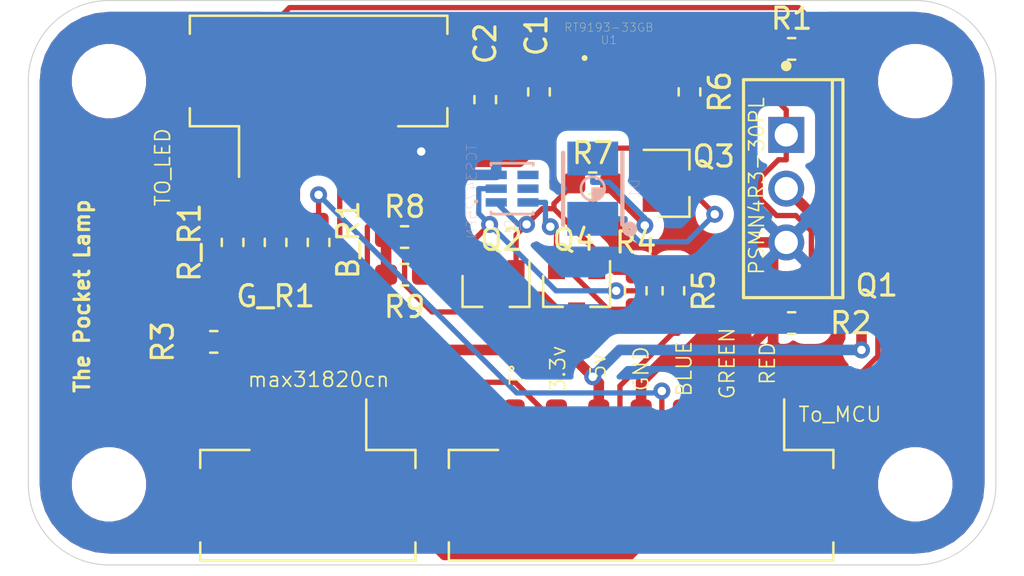
<source format=kicad_pcb>
(kicad_pcb (version 20171130) (host pcbnew "(5.1.6)-1")

  (general
    (thickness 1.6)
    (drawings 16)
    (tracks 211)
    (zones 0)
    (modules 28)
    (nets 19)
  )

  (page A4)
  (layers
    (0 F.Cu signal)
    (31 B.Cu signal)
    (32 B.Adhes user)
    (33 F.Adhes user)
    (34 B.Paste user)
    (35 F.Paste user)
    (36 B.SilkS user)
    (37 F.SilkS user)
    (38 B.Mask user)
    (39 F.Mask user)
    (40 Dwgs.User user)
    (41 Cmts.User user)
    (42 Eco1.User user)
    (43 Eco2.User user)
    (44 Edge.Cuts user)
    (45 Margin user)
    (46 B.CrtYd user)
    (47 F.CrtYd user)
    (48 B.Fab user)
    (49 F.Fab user)
  )

  (setup
    (last_trace_width 0.25)
    (trace_clearance 0.2)
    (zone_clearance 0.508)
    (zone_45_only no)
    (trace_min 0.2)
    (via_size 0.8)
    (via_drill 0.4)
    (via_min_size 0.4)
    (via_min_drill 0.3)
    (uvia_size 0.3)
    (uvia_drill 0.1)
    (uvias_allowed no)
    (uvia_min_size 0.2)
    (uvia_min_drill 0.1)
    (edge_width 0.05)
    (segment_width 0.2)
    (pcb_text_width 0.3)
    (pcb_text_size 1.5 1.5)
    (mod_edge_width 0.12)
    (mod_text_size 1 1)
    (mod_text_width 0.15)
    (pad_size 1.524 1.524)
    (pad_drill 0.762)
    (pad_to_mask_clearance 0.05)
    (aux_axis_origin 0 0)
    (visible_elements FFFFFF7F)
    (pcbplotparams
      (layerselection 0x010fc_ffffffff)
      (usegerberextensions false)
      (usegerberattributes true)
      (usegerberadvancedattributes true)
      (creategerberjobfile true)
      (excludeedgelayer true)
      (linewidth 0.100000)
      (plotframeref false)
      (viasonmask false)
      (mode 1)
      (useauxorigin false)
      (hpglpennumber 1)
      (hpglpenspeed 20)
      (hpglpendiameter 15.000000)
      (psnegative false)
      (psa4output false)
      (plotreference true)
      (plotvalue true)
      (plotinvisibletext false)
      (padsonsilk false)
      (subtractmaskfromsilk false)
      (outputformat 1)
      (mirror false)
      (drillshape 0)
      (scaleselection 1)
      (outputdirectory "gerber/"))
  )

  (net 0 "")
  (net 1 "Net-(B_R1-Pad2)")
  (net 2 "Net-(B_R1-Pad1)")
  (net 3 +5V)
  (net 4 GND)
  (net 5 +3V3)
  (net 6 "Net-(D1-Pad1)")
  (net 7 "Net-(D1-Pad2)")
  (net 8 "Net-(G_R1-Pad1)")
  (net 9 "Net-(G_R1-Pad2)")
  (net 10 /TEMP_Data)
  (net 11 "Net-(J2-Pad1)")
  (net 12 "Net-(J3-Pad1)")
  (net 13 "Net-(Q1-Pad1)")
  (net 14 /SCL_3V)
  (net 15 /SCL_5V)
  (net 16 /LED_EN)
  (net 17 /SDA_5V)
  (net 18 /SDA_3V)

  (net_class Default "This is the default net class."
    (clearance 0.2)
    (trace_width 0.25)
    (via_dia 0.8)
    (via_drill 0.4)
    (uvia_dia 0.3)
    (uvia_drill 0.1)
    (add_net +3V3)
    (add_net /LED_EN)
    (add_net /SCL_3V)
    (add_net /SCL_5V)
    (add_net /SDA_3V)
    (add_net /SDA_5V)
    (add_net /TEMP_Data)
    (add_net "Net-(B_R1-Pad1)")
    (add_net "Net-(B_R1-Pad2)")
    (add_net "Net-(D1-Pad1)")
    (add_net "Net-(D1-Pad2)")
    (add_net "Net-(G_R1-Pad1)")
    (add_net "Net-(G_R1-Pad2)")
    (add_net "Net-(J2-Pad1)")
    (add_net "Net-(J3-Pad1)")
    (add_net "Net-(Q1-Pad1)")
  )

  (net_class 5volts ""
    (clearance 0.2)
    (trace_width 0.5)
    (via_dia 0.8)
    (via_drill 0.4)
    (uvia_dia 0.3)
    (uvia_drill 0.1)
    (add_net +5V)
    (add_net GND)
  )

  (module Resistor_SMD:R_0603_1608Metric_Pad1.05x0.95mm_HandSolder (layer F.Cu) (tedit 5B301BBD) (tstamp 5F3D7900)
    (at 115.316 91.44 90)
    (descr "Resistor SMD 0603 (1608 Metric), square (rectangular) end terminal, IPC_7351 nominal with elongated pad for handsoldering. (Body size source: http://www.tortai-tech.com/upload/download/2011102023233369053.pdf), generated with kicad-footprint-generator")
    (tags "resistor handsolder")
    (path /5F435F5E)
    (attr smd)
    (fp_text reference B_R1 (at 0.127 1.397 90) (layer F.SilkS)
      (effects (font (size 1 1) (thickness 0.15)))
    )
    (fp_text value 100R (at 0 1.43 90) (layer F.Fab)
      (effects (font (size 1 1) (thickness 0.15)))
    )
    (fp_text user %R (at 0 0 90) (layer F.Fab)
      (effects (font (size 0.4 0.4) (thickness 0.06)))
    )
    (fp_line (start -0.8 0.4) (end -0.8 -0.4) (layer F.Fab) (width 0.1))
    (fp_line (start -0.8 -0.4) (end 0.8 -0.4) (layer F.Fab) (width 0.1))
    (fp_line (start 0.8 -0.4) (end 0.8 0.4) (layer F.Fab) (width 0.1))
    (fp_line (start 0.8 0.4) (end -0.8 0.4) (layer F.Fab) (width 0.1))
    (fp_line (start -0.171267 -0.51) (end 0.171267 -0.51) (layer F.SilkS) (width 0.12))
    (fp_line (start -0.171267 0.51) (end 0.171267 0.51) (layer F.SilkS) (width 0.12))
    (fp_line (start -1.65 0.73) (end -1.65 -0.73) (layer F.CrtYd) (width 0.05))
    (fp_line (start -1.65 -0.73) (end 1.65 -0.73) (layer F.CrtYd) (width 0.05))
    (fp_line (start 1.65 -0.73) (end 1.65 0.73) (layer F.CrtYd) (width 0.05))
    (fp_line (start 1.65 0.73) (end -1.65 0.73) (layer F.CrtYd) (width 0.05))
    (pad 2 smd roundrect (at 0.875 0 90) (size 1.05 0.95) (layers F.Cu F.Paste F.Mask) (roundrect_rratio 0.25)
      (net 1 "Net-(B_R1-Pad2)"))
    (pad 1 smd roundrect (at -0.875 0 90) (size 1.05 0.95) (layers F.Cu F.Paste F.Mask) (roundrect_rratio 0.25)
      (net 2 "Net-(B_R1-Pad1)"))
    (model ${KISYS3DMOD}/Resistor_SMD.3dshapes/R_0603_1608Metric.wrl
      (at (xyz 0 0 0))
      (scale (xyz 1 1 1))
      (rotate (xyz 0 0 0))
    )
  )

  (module Capacitor_SMD:C_0603_1608Metric_Pad1.05x0.95mm_HandSolder (layer F.Cu) (tedit 5B301BBE) (tstamp 5F3D7911)
    (at 125.73 84.328 270)
    (descr "Capacitor SMD 0603 (1608 Metric), square (rectangular) end terminal, IPC_7351 nominal with elongated pad for handsoldering. (Body size source: http://www.tortai-tech.com/upload/download/2011102023233369053.pdf), generated with kicad-footprint-generator")
    (tags "capacitor handsolder")
    (path /5F3FBED4)
    (attr smd)
    (fp_text reference C1 (at -2.667 0.127 90) (layer F.SilkS)
      (effects (font (size 1 1) (thickness 0.15)))
    )
    (fp_text value 10uF (at 0 1.43 90) (layer F.Fab)
      (effects (font (size 1 1) (thickness 0.15)))
    )
    (fp_line (start 1.65 0.73) (end -1.65 0.73) (layer F.CrtYd) (width 0.05))
    (fp_line (start 1.65 -0.73) (end 1.65 0.73) (layer F.CrtYd) (width 0.05))
    (fp_line (start -1.65 -0.73) (end 1.65 -0.73) (layer F.CrtYd) (width 0.05))
    (fp_line (start -1.65 0.73) (end -1.65 -0.73) (layer F.CrtYd) (width 0.05))
    (fp_line (start -0.171267 0.51) (end 0.171267 0.51) (layer F.SilkS) (width 0.12))
    (fp_line (start -0.171267 -0.51) (end 0.171267 -0.51) (layer F.SilkS) (width 0.12))
    (fp_line (start 0.8 0.4) (end -0.8 0.4) (layer F.Fab) (width 0.1))
    (fp_line (start 0.8 -0.4) (end 0.8 0.4) (layer F.Fab) (width 0.1))
    (fp_line (start -0.8 -0.4) (end 0.8 -0.4) (layer F.Fab) (width 0.1))
    (fp_line (start -0.8 0.4) (end -0.8 -0.4) (layer F.Fab) (width 0.1))
    (fp_text user %R (at 0 0 90) (layer F.Fab)
      (effects (font (size 0.4 0.4) (thickness 0.06)))
    )
    (pad 1 smd roundrect (at -0.875 0 270) (size 1.05 0.95) (layers F.Cu F.Paste F.Mask) (roundrect_rratio 0.25)
      (net 3 +5V))
    (pad 2 smd roundrect (at 0.875 0 270) (size 1.05 0.95) (layers F.Cu F.Paste F.Mask) (roundrect_rratio 0.25)
      (net 4 GND))
    (model ${KISYS3DMOD}/Capacitor_SMD.3dshapes/C_0603_1608Metric.wrl
      (at (xyz 0 0 0))
      (scale (xyz 1 1 1))
      (rotate (xyz 0 0 0))
    )
  )

  (module Capacitor_SMD:C_0603_1608Metric_Pad1.05x0.95mm_HandSolder (layer F.Cu) (tedit 5B301BBE) (tstamp 5F3D7922)
    (at 123.19 84.695 90)
    (descr "Capacitor SMD 0603 (1608 Metric), square (rectangular) end terminal, IPC_7351 nominal with elongated pad for handsoldering. (Body size source: http://www.tortai-tech.com/upload/download/2011102023233369053.pdf), generated with kicad-footprint-generator")
    (tags "capacitor handsolder")
    (path /5F3D2B57)
    (attr smd)
    (fp_text reference C2 (at 2.653 0 90) (layer F.SilkS)
      (effects (font (size 1 1) (thickness 0.15)))
    )
    (fp_text value 100nF (at 0 1.43 90) (layer F.Fab)
      (effects (font (size 1 1) (thickness 0.15)))
    )
    (fp_text user %R (at 0 0 90) (layer F.Fab)
      (effects (font (size 0.4 0.4) (thickness 0.06)))
    )
    (fp_line (start -0.8 0.4) (end -0.8 -0.4) (layer F.Fab) (width 0.1))
    (fp_line (start -0.8 -0.4) (end 0.8 -0.4) (layer F.Fab) (width 0.1))
    (fp_line (start 0.8 -0.4) (end 0.8 0.4) (layer F.Fab) (width 0.1))
    (fp_line (start 0.8 0.4) (end -0.8 0.4) (layer F.Fab) (width 0.1))
    (fp_line (start -0.171267 -0.51) (end 0.171267 -0.51) (layer F.SilkS) (width 0.12))
    (fp_line (start -0.171267 0.51) (end 0.171267 0.51) (layer F.SilkS) (width 0.12))
    (fp_line (start -1.65 0.73) (end -1.65 -0.73) (layer F.CrtYd) (width 0.05))
    (fp_line (start -1.65 -0.73) (end 1.65 -0.73) (layer F.CrtYd) (width 0.05))
    (fp_line (start 1.65 -0.73) (end 1.65 0.73) (layer F.CrtYd) (width 0.05))
    (fp_line (start 1.65 0.73) (end -1.65 0.73) (layer F.CrtYd) (width 0.05))
    (pad 2 smd roundrect (at 0.875 0 90) (size 1.05 0.95) (layers F.Cu F.Paste F.Mask) (roundrect_rratio 0.25)
      (net 4 GND))
    (pad 1 smd roundrect (at -0.875 0 90) (size 1.05 0.95) (layers F.Cu F.Paste F.Mask) (roundrect_rratio 0.25)
      (net 5 +3V3))
    (model ${KISYS3DMOD}/Capacitor_SMD.3dshapes/C_0603_1608Metric.wrl
      (at (xyz 0 0 0))
      (scale (xyz 1 1 1))
      (rotate (xyz 0 0 0))
    )
  )

  (module 18650:VLMU3100 (layer B.Cu) (tedit 5F3D1C73) (tstamp 5F3D7933)
    (at 128.27 88.9 90)
    (path /5F40E129)
    (fp_text reference D1 (at 0 1.96475 90) (layer B.SilkS)
      (effects (font (size 0.48 0.48) (thickness 0.015)) (justify mirror))
    )
    (fp_text value LED_Small (at -0.762 -1.8743 90) (layer B.Fab)
      (effects (font (size 0.48 0.48) (thickness 0.015)) (justify mirror))
    )
    (fp_circle (center 0 0) (end 1.1 0) (layer B.Fab) (width 0.2032))
    (fp_circle (center 0 0) (end 0.557644 0) (layer B.SilkS) (width 0.127))
    (fp_circle (center -1.905 1.74625) (end -1.8542 1.74625) (layer B.SilkS) (width 0.3048))
    (fp_line (start 1.75 -1.4) (end 1.75 1.4) (layer B.Fab) (width 0.2032))
    (fp_line (start 1.75 1.4) (end -1.75 1.4) (layer B.Fab) (width 0.2032))
    (fp_line (start -1.75 1.4) (end -1.75 -1.4) (layer B.Fab) (width 0.2032))
    (fp_line (start -1.75 -1.4) (end 1.75 -1.4) (layer B.Fab) (width 0.2032))
    (fp_line (start -1.7 1.4) (end 1.7 1.4) (layer B.SilkS) (width 0.2032))
    (fp_line (start -1.1662 1.3598) (end -1.7162 0.8098) (layer B.Fab) (width 0.2032))
    (fp_line (start -1.7 -1.4) (end 1.7 -1.4) (layer B.SilkS) (width 0.2032))
    (fp_poly (pts (xy 0 0) (xy 0 0.5588) (xy -0.029245 0.558034) (xy -0.058411 0.555739)
      (xy -0.087416 0.55192) (xy -0.116181 0.546589) (xy -0.144628 0.539759) (xy -0.172679 0.53145)
      (xy -0.200256 0.521685) (xy -0.227284 0.510489) (xy -0.25369 0.497894) (xy -0.2794 0.483935)
      (xy -0.304344 0.468649) (xy -0.328454 0.452079) (xy -0.351664 0.434269) (xy -0.37391 0.415269)
      (xy -0.395131 0.395131) (xy -0.415269 0.37391) (xy -0.434269 0.351664) (xy -0.452079 0.328454)
      (xy -0.468649 0.304344) (xy -0.483935 0.2794) (xy -0.497894 0.25369) (xy -0.510489 0.227284)
      (xy -0.521685 0.200256) (xy -0.53145 0.172679) (xy -0.539759 0.144628) (xy -0.546589 0.116181)
      (xy -0.55192 0.087416) (xy -0.555739 0.058411) (xy -0.558034 0.029245) (xy -0.5588 0)
      (xy 0 0)) (layer B.SilkS) (width 0.127))
    (pad 1 smd rect (at -1.425 0 90) (size 1.6 2.4) (layers B.Cu B.Paste B.Mask)
      (net 6 "Net-(D1-Pad1)"))
    (pad 2 smd rect (at 1.425 0 90) (size 1.6 2.4) (layers B.Cu B.Paste B.Mask)
      (net 7 "Net-(D1-Pad2)"))
    (model ${KIPRJMOD}/3Dfiles/PLLC-2.STEP
      (offset (xyz -1.6 1.5 0))
      (scale (xyz 1 1 1))
      (rotate (xyz 0 0 90))
    )
  )

  (module Resistor_SMD:R_0603_1608Metric_Pad1.05x0.95mm_HandSolder (layer F.Cu) (tedit 5B301BBD) (tstamp 5F3D7944)
    (at 113.284 91.44 90)
    (descr "Resistor SMD 0603 (1608 Metric), square (rectangular) end terminal, IPC_7351 nominal with elongated pad for handsoldering. (Body size source: http://www.tortai-tech.com/upload/download/2011102023233369053.pdf), generated with kicad-footprint-generator")
    (tags "resistor handsolder")
    (path /5F434D45)
    (attr smd)
    (fp_text reference G_R1 (at -2.54 0) (layer F.SilkS)
      (effects (font (size 1 1) (thickness 0.15)))
    )
    (fp_text value 100R (at 0 1.43 90) (layer F.Fab)
      (effects (font (size 1 1) (thickness 0.15)))
    )
    (fp_line (start 1.65 0.73) (end -1.65 0.73) (layer F.CrtYd) (width 0.05))
    (fp_line (start 1.65 -0.73) (end 1.65 0.73) (layer F.CrtYd) (width 0.05))
    (fp_line (start -1.65 -0.73) (end 1.65 -0.73) (layer F.CrtYd) (width 0.05))
    (fp_line (start -1.65 0.73) (end -1.65 -0.73) (layer F.CrtYd) (width 0.05))
    (fp_line (start -0.171267 0.51) (end 0.171267 0.51) (layer F.SilkS) (width 0.12))
    (fp_line (start -0.171267 -0.51) (end 0.171267 -0.51) (layer F.SilkS) (width 0.12))
    (fp_line (start 0.8 0.4) (end -0.8 0.4) (layer F.Fab) (width 0.1))
    (fp_line (start 0.8 -0.4) (end 0.8 0.4) (layer F.Fab) (width 0.1))
    (fp_line (start -0.8 -0.4) (end 0.8 -0.4) (layer F.Fab) (width 0.1))
    (fp_line (start -0.8 0.4) (end -0.8 -0.4) (layer F.Fab) (width 0.1))
    (fp_text user %R (at 0 0 90) (layer F.Fab)
      (effects (font (size 0.4 0.4) (thickness 0.06)))
    )
    (pad 1 smd roundrect (at -0.875 0 90) (size 1.05 0.95) (layers F.Cu F.Paste F.Mask) (roundrect_rratio 0.25)
      (net 8 "Net-(G_R1-Pad1)"))
    (pad 2 smd roundrect (at 0.875 0 90) (size 1.05 0.95) (layers F.Cu F.Paste F.Mask) (roundrect_rratio 0.25)
      (net 9 "Net-(G_R1-Pad2)"))
    (model ${KISYS3DMOD}/Resistor_SMD.3dshapes/R_0603_1608Metric.wrl
      (at (xyz 0 0 0))
      (scale (xyz 1 1 1))
      (rotate (xyz 0 0 0))
    )
  )

  (module Connector_JST:JST_PH_B3B-PH-SM4-TB_1x03-1MP_P2.00mm_Vertical (layer F.Cu) (tedit 5B78AD87) (tstamp 5F3D796C)
    (at 114.808 102.108 180)
    (descr "JST PH series connector, B3B-PH-SM4-TB (http://www.jst-mfg.com/product/pdf/eng/ePH.pdf), generated with kicad-footprint-generator")
    (tags "connector JST PH side entry")
    (path /5F47D5DA)
    (attr smd)
    (fp_text reference J1 (at 0 -5.45) (layer F.SilkS) hide
      (effects (font (size 1 1) (thickness 0.15)))
    )
    (fp_text value max31820cn (at -0.508 4.191) (layer F.SilkS)
      (effects (font (size 0.7 0.7) (thickness 0.08)))
    )
    (fp_line (start -2 0.042893) (end -1.5 0.75) (layer F.Fab) (width 0.1))
    (fp_line (start -2.5 0.75) (end -2 0.042893) (layer F.Fab) (width 0.1))
    (fp_line (start 5.7 -4.75) (end -5.7 -4.75) (layer F.CrtYd) (width 0.05))
    (fp_line (start 5.7 3.75) (end 5.7 -4.75) (layer F.CrtYd) (width 0.05))
    (fp_line (start -5.7 3.75) (end 5.7 3.75) (layer F.CrtYd) (width 0.05))
    (fp_line (start -5.7 -4.75) (end -5.7 3.75) (layer F.CrtYd) (width 0.05))
    (fp_line (start 2.25 -2.75) (end 1.75 -2.75) (layer F.Fab) (width 0.1))
    (fp_line (start 2.25 -2.25) (end 2.25 -2.75) (layer F.Fab) (width 0.1))
    (fp_line (start 1.75 -2.25) (end 2.25 -2.25) (layer F.Fab) (width 0.1))
    (fp_line (start 1.75 -2.75) (end 1.75 -2.25) (layer F.Fab) (width 0.1))
    (fp_line (start 0.25 -2.75) (end -0.25 -2.75) (layer F.Fab) (width 0.1))
    (fp_line (start 0.25 -2.25) (end 0.25 -2.75) (layer F.Fab) (width 0.1))
    (fp_line (start -0.25 -2.25) (end 0.25 -2.25) (layer F.Fab) (width 0.1))
    (fp_line (start -0.25 -2.75) (end -0.25 -2.25) (layer F.Fab) (width 0.1))
    (fp_line (start -1.75 -2.75) (end -2.25 -2.75) (layer F.Fab) (width 0.1))
    (fp_line (start -1.75 -2.25) (end -1.75 -2.75) (layer F.Fab) (width 0.1))
    (fp_line (start -2.25 -2.25) (end -1.75 -2.25) (layer F.Fab) (width 0.1))
    (fp_line (start -2.25 -2.75) (end -2.25 -2.25) (layer F.Fab) (width 0.1))
    (fp_line (start 4.975 0.75) (end 4.975 -4.25) (layer F.Fab) (width 0.1))
    (fp_line (start -4.975 0.75) (end -4.975 -4.25) (layer F.Fab) (width 0.1))
    (fp_line (start -4.975 -4.25) (end 4.975 -4.25) (layer F.Fab) (width 0.1))
    (fp_line (start 5.085 -4.36) (end 5.085 -3.51) (layer F.SilkS) (width 0.12))
    (fp_line (start -5.085 -4.36) (end 5.085 -4.36) (layer F.SilkS) (width 0.12))
    (fp_line (start -5.085 -3.51) (end -5.085 -4.36) (layer F.SilkS) (width 0.12))
    (fp_line (start 5.085 0.86) (end 2.76 0.86) (layer F.SilkS) (width 0.12))
    (fp_line (start 5.085 0.01) (end 5.085 0.86) (layer F.SilkS) (width 0.12))
    (fp_line (start -2.76 0.86) (end -2.76 3.25) (layer F.SilkS) (width 0.12))
    (fp_line (start -5.085 0.86) (end -2.76 0.86) (layer F.SilkS) (width 0.12))
    (fp_line (start -5.085 0.01) (end -5.085 0.86) (layer F.SilkS) (width 0.12))
    (fp_line (start -4.975 0.75) (end 4.975 0.75) (layer F.Fab) (width 0.1))
    (fp_text user %R (at 0 -1) (layer F.Fab)
      (effects (font (size 1 1) (thickness 0.15)))
    )
    (pad 1 smd roundrect (at -2 0.5 180) (size 1 5.5) (layers F.Cu F.Paste F.Mask) (roundrect_rratio 0.25)
      (net 4 GND))
    (pad 2 smd roundrect (at 0 0.5 180) (size 1 5.5) (layers F.Cu F.Paste F.Mask) (roundrect_rratio 0.25)
      (net 10 /TEMP_Data))
    (pad 3 smd roundrect (at 2 0.5 180) (size 1 5.5) (layers F.Cu F.Paste F.Mask) (roundrect_rratio 0.25)
      (net 5 +3V3))
    (pad MP smd roundrect (at -4.4 -1.75 180) (size 1.6 3) (layers F.Cu F.Paste F.Mask) (roundrect_rratio 0.15625))
    (pad MP smd roundrect (at 4.4 -1.75 180) (size 1.6 3) (layers F.Cu F.Paste F.Mask) (roundrect_rratio 0.15625))
    (model "${KIPRJMOD}/3Dfiles/JST - PH - SMD (R) - 3Pin - 2.00mm.stp"
      (offset (xyz 0 -3.5 0))
      (scale (xyz 1 1 1))
      (rotate (xyz 0 0 0))
    )
  )

  (module Connector_JST:JST_PH_B7B-PH-SM4-TB_1x07-1MP_P2.00mm_Vertical (layer F.Cu) (tedit 5B78AD87) (tstamp 5F3D79A8)
    (at 130.556 102.108 180)
    (descr "JST PH series connector, B7B-PH-SM4-TB (http://www.jst-mfg.com/product/pdf/eng/ePH.pdf), generated with kicad-footprint-generator")
    (tags "connector JST PH side entry")
    (path /5F4A6708)
    (attr smd)
    (fp_text reference J2 (at 0 -5.45) (layer F.SilkS) hide
      (effects (font (size 1 1) (thickness 0.15)))
    )
    (fp_text value To_MCU (at -9.398 2.54) (layer F.SilkS)
      (effects (font (size 0.7 0.7) (thickness 0.08)))
    )
    (fp_line (start -6 0.042893) (end -5.5 0.75) (layer F.Fab) (width 0.1))
    (fp_line (start -6.5 0.75) (end -6 0.042893) (layer F.Fab) (width 0.1))
    (fp_line (start 9.7 -4.75) (end -9.7 -4.75) (layer F.CrtYd) (width 0.05))
    (fp_line (start 9.7 3.75) (end 9.7 -4.75) (layer F.CrtYd) (width 0.05))
    (fp_line (start -9.7 3.75) (end 9.7 3.75) (layer F.CrtYd) (width 0.05))
    (fp_line (start -9.7 -4.75) (end -9.7 3.75) (layer F.CrtYd) (width 0.05))
    (fp_line (start 6.25 -2.75) (end 5.75 -2.75) (layer F.Fab) (width 0.1))
    (fp_line (start 6.25 -2.25) (end 6.25 -2.75) (layer F.Fab) (width 0.1))
    (fp_line (start 5.75 -2.25) (end 6.25 -2.25) (layer F.Fab) (width 0.1))
    (fp_line (start 5.75 -2.75) (end 5.75 -2.25) (layer F.Fab) (width 0.1))
    (fp_line (start 4.25 -2.75) (end 3.75 -2.75) (layer F.Fab) (width 0.1))
    (fp_line (start 4.25 -2.25) (end 4.25 -2.75) (layer F.Fab) (width 0.1))
    (fp_line (start 3.75 -2.25) (end 4.25 -2.25) (layer F.Fab) (width 0.1))
    (fp_line (start 3.75 -2.75) (end 3.75 -2.25) (layer F.Fab) (width 0.1))
    (fp_line (start 2.25 -2.75) (end 1.75 -2.75) (layer F.Fab) (width 0.1))
    (fp_line (start 2.25 -2.25) (end 2.25 -2.75) (layer F.Fab) (width 0.1))
    (fp_line (start 1.75 -2.25) (end 2.25 -2.25) (layer F.Fab) (width 0.1))
    (fp_line (start 1.75 -2.75) (end 1.75 -2.25) (layer F.Fab) (width 0.1))
    (fp_line (start 0.25 -2.75) (end -0.25 -2.75) (layer F.Fab) (width 0.1))
    (fp_line (start 0.25 -2.25) (end 0.25 -2.75) (layer F.Fab) (width 0.1))
    (fp_line (start -0.25 -2.25) (end 0.25 -2.25) (layer F.Fab) (width 0.1))
    (fp_line (start -0.25 -2.75) (end -0.25 -2.25) (layer F.Fab) (width 0.1))
    (fp_line (start -1.75 -2.75) (end -2.25 -2.75) (layer F.Fab) (width 0.1))
    (fp_line (start -1.75 -2.25) (end -1.75 -2.75) (layer F.Fab) (width 0.1))
    (fp_line (start -2.25 -2.25) (end -1.75 -2.25) (layer F.Fab) (width 0.1))
    (fp_line (start -2.25 -2.75) (end -2.25 -2.25) (layer F.Fab) (width 0.1))
    (fp_line (start -3.75 -2.75) (end -4.25 -2.75) (layer F.Fab) (width 0.1))
    (fp_line (start -3.75 -2.25) (end -3.75 -2.75) (layer F.Fab) (width 0.1))
    (fp_line (start -4.25 -2.25) (end -3.75 -2.25) (layer F.Fab) (width 0.1))
    (fp_line (start -4.25 -2.75) (end -4.25 -2.25) (layer F.Fab) (width 0.1))
    (fp_line (start -5.75 -2.75) (end -6.25 -2.75) (layer F.Fab) (width 0.1))
    (fp_line (start -5.75 -2.25) (end -5.75 -2.75) (layer F.Fab) (width 0.1))
    (fp_line (start -6.25 -2.25) (end -5.75 -2.25) (layer F.Fab) (width 0.1))
    (fp_line (start -6.25 -2.75) (end -6.25 -2.25) (layer F.Fab) (width 0.1))
    (fp_line (start 8.975 0.75) (end 8.975 -4.25) (layer F.Fab) (width 0.1))
    (fp_line (start -8.975 0.75) (end -8.975 -4.25) (layer F.Fab) (width 0.1))
    (fp_line (start -8.975 -4.25) (end 8.975 -4.25) (layer F.Fab) (width 0.1))
    (fp_line (start 9.085 -4.36) (end 9.085 -3.51) (layer F.SilkS) (width 0.12))
    (fp_line (start -9.085 -4.36) (end 9.085 -4.36) (layer F.SilkS) (width 0.12))
    (fp_line (start -9.085 -3.51) (end -9.085 -4.36) (layer F.SilkS) (width 0.12))
    (fp_line (start 9.085 0.86) (end 6.76 0.86) (layer F.SilkS) (width 0.12))
    (fp_line (start 9.085 0.01) (end 9.085 0.86) (layer F.SilkS) (width 0.12))
    (fp_line (start -6.76 0.86) (end -6.76 3.25) (layer F.SilkS) (width 0.12))
    (fp_line (start -9.085 0.86) (end -6.76 0.86) (layer F.SilkS) (width 0.12))
    (fp_line (start -9.085 0.01) (end -9.085 0.86) (layer F.SilkS) (width 0.12))
    (fp_line (start -8.975 0.75) (end 8.975 0.75) (layer F.Fab) (width 0.1))
    (fp_text user %R (at 0 -1) (layer F.Fab)
      (effects (font (size 1 1) (thickness 0.15)))
    )
    (pad 1 smd roundrect (at -6 0.5 180) (size 1 5.5) (layers F.Cu F.Paste F.Mask) (roundrect_rratio 0.25)
      (net 11 "Net-(J2-Pad1)"))
    (pad 2 smd roundrect (at -4 0.5 180) (size 1 5.5) (layers F.Cu F.Paste F.Mask) (roundrect_rratio 0.25)
      (net 9 "Net-(G_R1-Pad2)"))
    (pad 3 smd roundrect (at -2 0.5 180) (size 1 5.5) (layers F.Cu F.Paste F.Mask) (roundrect_rratio 0.25)
      (net 1 "Net-(B_R1-Pad2)"))
    (pad 4 smd roundrect (at 0 0.5 180) (size 1 5.5) (layers F.Cu F.Paste F.Mask) (roundrect_rratio 0.25)
      (net 4 GND))
    (pad 5 smd roundrect (at 2 0.5 180) (size 1 5.5) (layers F.Cu F.Paste F.Mask) (roundrect_rratio 0.25)
      (net 3 +5V))
    (pad 6 smd roundrect (at 4 0.5 180) (size 1 5.5) (layers F.Cu F.Paste F.Mask) (roundrect_rratio 0.25)
      (net 5 +3V3))
    (pad 7 smd roundrect (at 6 0.5 180) (size 1 5.5) (layers F.Cu F.Paste F.Mask) (roundrect_rratio 0.25)
      (net 10 /TEMP_Data))
    (pad MP smd roundrect (at -8.4 -1.75 180) (size 1.6 3) (layers F.Cu F.Paste F.Mask) (roundrect_rratio 0.15625))
    (pad MP smd roundrect (at 8.4 -1.75 180) (size 1.6 3) (layers F.Cu F.Paste F.Mask) (roundrect_rratio 0.15625))
    (model "${KIPRJMOD}/3Dfiles/JST - PH - SMD (R) - 7Pin - 2.00mm.stp"
      (offset (xyz 0 -3 0))
      (scale (xyz 1 1 1))
      (rotate (xyz 0 0 0))
    )
  )

  (module Connector_JST:JST_PH_B4B-PH-SM4-TB_1x04-1MP_P2.00mm_Vertical (layer F.Cu) (tedit 5B78AD87) (tstamp 5F3D93F3)
    (at 115.316 85.09)
    (descr "JST PH series connector, B4B-PH-SM4-TB (http://www.jst-mfg.com/product/pdf/eng/ePH.pdf), generated with kicad-footprint-generator")
    (tags "connector JST PH side entry")
    (path /5F438A06)
    (attr smd)
    (fp_text reference J3 (at 0 -5.45) (layer F.SilkS) hide
      (effects (font (size 1 1) (thickness 0.15)))
    )
    (fp_text value TO_LED (at -7.366 2.794 90) (layer F.SilkS)
      (effects (font (size 0.7 0.7) (thickness 0.08)))
    )
    (fp_line (start -3 0.042893) (end -2.5 0.75) (layer F.Fab) (width 0.1))
    (fp_line (start -3.5 0.75) (end -3 0.042893) (layer F.Fab) (width 0.1))
    (fp_line (start 6.7 -4.75) (end -6.7 -4.75) (layer F.CrtYd) (width 0.05))
    (fp_line (start 6.7 3.75) (end 6.7 -4.75) (layer F.CrtYd) (width 0.05))
    (fp_line (start -6.7 3.75) (end 6.7 3.75) (layer F.CrtYd) (width 0.05))
    (fp_line (start -6.7 -4.75) (end -6.7 3.75) (layer F.CrtYd) (width 0.05))
    (fp_line (start 3.25 -2.75) (end 2.75 -2.75) (layer F.Fab) (width 0.1))
    (fp_line (start 3.25 -2.25) (end 3.25 -2.75) (layer F.Fab) (width 0.1))
    (fp_line (start 2.75 -2.25) (end 3.25 -2.25) (layer F.Fab) (width 0.1))
    (fp_line (start 2.75 -2.75) (end 2.75 -2.25) (layer F.Fab) (width 0.1))
    (fp_line (start 1.25 -2.75) (end 0.75 -2.75) (layer F.Fab) (width 0.1))
    (fp_line (start 1.25 -2.25) (end 1.25 -2.75) (layer F.Fab) (width 0.1))
    (fp_line (start 0.75 -2.25) (end 1.25 -2.25) (layer F.Fab) (width 0.1))
    (fp_line (start 0.75 -2.75) (end 0.75 -2.25) (layer F.Fab) (width 0.1))
    (fp_line (start -0.75 -2.75) (end -1.25 -2.75) (layer F.Fab) (width 0.1))
    (fp_line (start -0.75 -2.25) (end -0.75 -2.75) (layer F.Fab) (width 0.1))
    (fp_line (start -1.25 -2.25) (end -0.75 -2.25) (layer F.Fab) (width 0.1))
    (fp_line (start -1.25 -2.75) (end -1.25 -2.25) (layer F.Fab) (width 0.1))
    (fp_line (start -2.75 -2.75) (end -3.25 -2.75) (layer F.Fab) (width 0.1))
    (fp_line (start -2.75 -2.25) (end -2.75 -2.75) (layer F.Fab) (width 0.1))
    (fp_line (start -3.25 -2.25) (end -2.75 -2.25) (layer F.Fab) (width 0.1))
    (fp_line (start -3.25 -2.75) (end -3.25 -2.25) (layer F.Fab) (width 0.1))
    (fp_line (start 5.975 0.75) (end 5.975 -4.25) (layer F.Fab) (width 0.1))
    (fp_line (start -5.975 0.75) (end -5.975 -4.25) (layer F.Fab) (width 0.1))
    (fp_line (start -5.975 -4.25) (end 5.975 -4.25) (layer F.Fab) (width 0.1))
    (fp_line (start 6.085 -4.36) (end 6.085 -3.51) (layer F.SilkS) (width 0.12))
    (fp_line (start -6.085 -4.36) (end 6.085 -4.36) (layer F.SilkS) (width 0.12))
    (fp_line (start -6.085 -3.51) (end -6.085 -4.36) (layer F.SilkS) (width 0.12))
    (fp_line (start 6.085 0.86) (end 3.76 0.86) (layer F.SilkS) (width 0.12))
    (fp_line (start 6.085 0.01) (end 6.085 0.86) (layer F.SilkS) (width 0.12))
    (fp_line (start -3.76 0.86) (end -3.76 3.25) (layer F.SilkS) (width 0.12))
    (fp_line (start -6.085 0.86) (end -3.76 0.86) (layer F.SilkS) (width 0.12))
    (fp_line (start -6.085 0.01) (end -6.085 0.86) (layer F.SilkS) (width 0.12))
    (fp_line (start -5.975 0.75) (end 5.975 0.75) (layer F.Fab) (width 0.1))
    (fp_text user %R (at 0 -1) (layer F.Fab)
      (effects (font (size 1 1) (thickness 0.15)))
    )
    (pad 1 smd roundrect (at -3 0.5) (size 1 5.5) (layers F.Cu F.Paste F.Mask) (roundrect_rratio 0.25)
      (net 12 "Net-(J3-Pad1)"))
    (pad 2 smd roundrect (at -1 0.5) (size 1 5.5) (layers F.Cu F.Paste F.Mask) (roundrect_rratio 0.25)
      (net 8 "Net-(G_R1-Pad1)"))
    (pad 3 smd roundrect (at 1 0.5) (size 1 5.5) (layers F.Cu F.Paste F.Mask) (roundrect_rratio 0.25)
      (net 2 "Net-(B_R1-Pad1)"))
    (pad 4 smd roundrect (at 3 0.5) (size 1 5.5) (layers F.Cu F.Paste F.Mask) (roundrect_rratio 0.25)
      (net 4 GND))
    (pad MP smd roundrect (at -5.4 -1.75) (size 1.6 3) (layers F.Cu F.Paste F.Mask) (roundrect_rratio 0.15625))
    (pad MP smd roundrect (at 5.4 -1.75) (size 1.6 3) (layers F.Cu F.Paste F.Mask) (roundrect_rratio 0.15625))
    (model "${KIPRJMOD}/3Dfiles/JST - PH - SMD (R) - 4Pin - 2.00mm.stp"
      (offset (xyz 0 -3.5 0))
      (scale (xyz 1 1 1))
      (rotate (xyz 0 0 0))
    )
  )

  (module 18650:PSMN4R3-30PL (layer F.Cu) (tedit 5EFF874D) (tstamp 5F3D79EC)
    (at 137.414 88.9)
    (path /5F4C2306)
    (fp_text reference Q1 (at 3.175 4.572) (layer F.SilkS)
      (effects (font (size 1 1) (thickness 0.15)) (justify left))
    )
    (fp_text value PSMN4R3-30PL (at -1.397 -0.127 90) (layer F.SilkS)
      (effects (font (size 0.7 0.7) (thickness 0.08)))
    )
    (fp_line (start 2.855 5.324999) (end 2.855 -5.324999) (layer F.CrtYd) (width 0.15))
    (fp_line (start -2.195 5.324999) (end 2.855 5.324999) (layer F.CrtYd) (width 0.15))
    (fp_line (start -2.195 -5.324999) (end -2.195 5.324999) (layer F.CrtYd) (width 0.15))
    (fp_line (start 2.855 -5.324999) (end -2.195 -5.324999) (layer F.CrtYd) (width 0.15))
    (fp_line (start 2.855 -5.324999) (end 2.855 -5.324999) (layer F.CrtYd) (width 0.15))
    (fp_line (start 1.33 5.15) (end 1.33 -5.15) (layer F.Fab) (width 0.1))
    (fp_line (start -2.020001 5.15) (end 2.68 5.15) (layer F.Fab) (width 0.1))
    (fp_line (start -2.020001 -5.15) (end 2.68 -5.15) (layer F.Fab) (width 0.1))
    (fp_line (start 2.68 5.15) (end 2.68 -5.15) (layer F.Fab) (width 0.1))
    (fp_line (start -2.020001 5.15) (end -2.020001 -5.15) (layer F.Fab) (width 0.1))
    (fp_line (start 2.180001 5.15) (end 2.180001 -5.15) (layer F.SilkS) (width 0.15))
    (fp_line (start 2.68 5.15) (end 2.68 -5.15) (layer F.SilkS) (width 0.15))
    (fp_line (start -2.020001 5.15) (end -2.020001 -5.15) (layer F.SilkS) (width 0.15))
    (fp_line (start -2.020001 5.15) (end 2.68 5.15) (layer F.SilkS) (width 0.15))
    (fp_line (start -2.020001 -5.15) (end 2.68 -5.15) (layer F.SilkS) (width 0.15))
    (fp_circle (center 0 -5.800001) (end 0.125001 -5.800001) (layer F.SilkS) (width 0.249999))
    (pad 3 thru_hole circle (at 0 2.54) (size 1.699999 1.699999) (drill 1.1) (layers *.Cu)
      (net 4 GND))
    (pad 2 thru_hole circle (at 0 0) (size 1.699999 1.699999) (drill 1.1) (layers *.Cu)
      (net 3 +5V))
    (pad 1 thru_hole rect (at 0 -2.54) (size 1.699999 1.699999) (drill 1.1) (layers *.Cu)
      (net 13 "Net-(Q1-Pad1)"))
    (model eec.models/NXP_Semiconductors_-_PSMN4R3-30PL,127.step
      (offset (xyz 64.5159990310669 0 0))
      (scale (xyz 1 1 1))
      (rotate (xyz 0 0 0))
    )
    (model eec.models/NXP_Semiconductors_-_PSMN4R3-30PL,127.step
      (offset (xyz 64.5159990310669 0 -40.63997398964882))
      (scale (xyz 1 1 1))
      (rotate (xyz 0 0 0))
    )
    (model eec.models/NXP_Semiconductors_-_PSMN4R3-30PL,127.step
      (at (xyz 0 0 0))
      (scale (xyz 1 1 1))
      (rotate (xyz 0 0 0))
    )
    (model eec.models/NXP_Semiconductors_-_PSMN4R3-30PL,127.step
      (offset (xyz 0 0 -40.63997398964882))
      (scale (xyz 1 1 1))
      (rotate (xyz 0 0 0))
    )
    (model eec.models/NXP_Semiconductors_-_PSMN4R3-30PL,127.step
      (offset (xyz -40.5130247915554 0 0))
      (scale (xyz 1 1 1))
      (rotate (xyz 0 0 0))
    )
    (model eec.models/NXP_Semiconductors_-_PSMN4R3-30PL,127.step
      (offset (xyz -37.02049944400787 0 -40.63997398964882))
      (scale (xyz 1 1 1))
      (rotate (xyz 0 0 0))
    )
    (model eec.models/NXP_Semiconductors_-_PSMN4R3-30PL,127.step
      (offset (xyz 0 0 70.86599893569947))
      (scale (xyz 1 1 1))
      (rotate (xyz 0 0 0))
    )
    (model eec.models/NXP_Semiconductors_-_PSMN4R3-30PL,127.step
      (offset (xyz 0 0 331.4699696218204))
      (scale (xyz 1 1 1))
      (rotate (xyz 0 0 0))
    )
    (model eec.models/NXP_Semiconductors_-_PSMN4R3-30PL,127.step
      (offset (xyz 68.02168157841682 0 371.6020198190975))
      (scale (xyz 1 1 1))
      (rotate (xyz 0 0 0))
    )
    (model eec.models/NXP_Semiconductors_-_PSMN4R3-30PL,127.step
      (offset (xyz -63.49999904632568 0 371.6020198190975))
      (scale (xyz 1 1 1))
      (rotate (xyz 0 0 0))
    )
    (model eec.models/NXP_Semiconductors_-_PSMN4R3-30PL,127.step
      (offset (xyz 68.02168157841682 0 463.2959676419926))
      (scale (xyz 1 1 1))
      (rotate (xyz 0 0 0))
    )
    (model eec.models/NXP_Semiconductors_-_PSMN4R3-30PL,127.step
      (offset (xyz -63.49999904632568 0 463.2959676419926))
      (scale (xyz 1 1 1))
      (rotate (xyz 0 0 0))
    )
    (model eec.models/NXP_Semiconductors_-_PSMN4R3-30PL,127.step
      (offset (xyz 72.36965351311684 0 372.3640198076534))
      (scale (xyz 1 1 1))
      (rotate (xyz 0 0 0))
    )
    (model eec.models/NXP_Semiconductors_-_PSMN4R3-30PL,127.step
      (offset (xyz -63.49999904632568 0 372.3640198076534))
      (scale (xyz 1 1 1))
      (rotate (xyz 0 0 0))
    )
    (model eec.models/NXP_Semiconductors_-_PSMN4R3-30PL,127.step
      (offset (xyz 72.36965351311684 0 460.7559676801395))
      (scale (xyz 1 1 1))
      (rotate (xyz 0 0 0))
    )
    (model eec.models/NXP_Semiconductors_-_PSMN4R3-30PL,127.step
      (offset (xyz -63.49999904632568 0 460.7559676801395))
      (scale (xyz 1 1 1))
      (rotate (xyz 0 0 0))
    )
    (model eec.models/NXP_Semiconductors_-_PSMN4R3-30PL,127.step
      (offset (xyz 76.37668125293732 0 374.9040197695065))
      (scale (xyz 1 1 1))
      (rotate (xyz 0 0 0))
    )
    (model eec.models/NXP_Semiconductors_-_PSMN4R3-30PL,127.step
      (offset (xyz -63.49999904632568 0 374.9040197695065))
      (scale (xyz 1 1 1))
      (rotate (xyz 0 0 0))
    )
    (model eec.models/NXP_Semiconductors_-_PSMN4R3-30PL,127.step
      (offset (xyz 76.37668125293732 0 456.437993144989))
      (scale (xyz 1 1 1))
      (rotate (xyz 0 0 0))
    )
    (model eec.models/NXP_Semiconductors_-_PSMN4R3-30PL,127.step
      (offset (xyz -63.49999904632568 0 456.437993144989))
      (scale (xyz 1 1 1))
      (rotate (xyz 0 0 0))
    )
    (model eec.models/NXP_Semiconductors_-_PSMN4R3-30PL,127.step
      (offset (xyz 79.88894240018844 0 379.2220197046566))
      (scale (xyz 1 1 1))
      (rotate (xyz 0 0 0))
    )
    (model eec.models/NXP_Semiconductors_-_PSMN4R3-30PL,127.step
      (offset (xyz -63.49999904632568 0 379.2220197046566))
      (scale (xyz 1 1 1))
      (rotate (xyz 0 0 0))
    )
    (model eec.models/NXP_Semiconductors_-_PSMN4R3-30PL,127.step
      (offset (xyz 79.88894240018844 0 450.595993232727))
      (scale (xyz 1 1 1))
      (rotate (xyz 0 0 0))
    )
    (model eec.models/NXP_Semiconductors_-_PSMN4R3-30PL,127.step
      (offset (xyz -63.49999904632568 0 450.595993232727))
      (scale (xyz 1 1 1))
      (rotate (xyz 0 0 0))
    )
    (model eec.models/NXP_Semiconductors_-_PSMN4R3-30PL,127.step
      (offset (xyz 82.7713851568985 0 385.063994216919))
      (scale (xyz 1 1 1))
      (rotate (xyz 0 0 0))
    )
    (model eec.models/NXP_Semiconductors_-_PSMN4R3-30PL,127.step
      (offset (xyz -63.49999904632568 0 385.063994216919))
      (scale (xyz 1 1 1))
      (rotate (xyz 0 0 0))
    )
    (model eec.models/NXP_Semiconductors_-_PSMN4R3-30PL,127.step
      (offset (xyz 82.7713851568985 0 443.4840187395382))
      (scale (xyz 1 1 1))
      (rotate (xyz 0 0 0))
    )
    (model eec.models/NXP_Semiconductors_-_PSMN4R3-30PL,127.step
      (offset (xyz -63.49999904632568 0 443.4840187395382))
      (scale (xyz 1 1 1))
      (rotate (xyz 0 0 0))
    )
    (model eec.models/NXP_Semiconductors_-_PSMN4R3-30PL,127.step
      (offset (xyz 84.91318932473183 0 392.1759941101074))
      (scale (xyz 1 1 1))
      (rotate (xyz 0 0 0))
    )
    (model eec.models/NXP_Semiconductors_-_PSMN4R3-30PL,127.step
      (offset (xyz -63.49999904632568 0 392.1759941101074))
      (scale (xyz 1 1 1))
      (rotate (xyz 0 0 0))
    )
    (model eec.models/NXP_Semiconductors_-_PSMN4R3-30PL,127.step
      (offset (xyz 84.91318932473183 0 435.6100188577938))
      (scale (xyz 1 1 1))
      (rotate (xyz 0 0 0))
    )
    (model eec.models/NXP_Semiconductors_-_PSMN4R3-30PL,127.step
      (offset (xyz -63.49999904632568 0 435.6100188577938))
      (scale (xyz 1 1 1))
      (rotate (xyz 0 0 0))
    )
    (model eec.models/NXP_Semiconductors_-_PSMN4R3-30PL,127.step
      (offset (xyz 86.23216050492286 0 400.0499685918522))
      (scale (xyz 1 1 1))
      (rotate (xyz 0 0 0))
    )
    (model eec.models/NXP_Semiconductors_-_PSMN4R3-30PL,127.step
      (offset (xyz -63.49999904632568 0 400.0499685918522))
      (scale (xyz 1 1 1))
      (rotate (xyz 0 0 0))
    )
    (model eec.models/NXP_Semiconductors_-_PSMN4R3-30PL,127.step
      (offset (xyz 86.23216050492286 0 426.9739681874943))
      (scale (xyz 1 1 1))
      (rotate (xyz 0 0 0))
    )
    (model eec.models/NXP_Semiconductors_-_PSMN4R3-30PL,127.step
      (offset (xyz -63.49999904632568 0 426.9739681874943))
      (scale (xyz 1 1 1))
      (rotate (xyz 0 0 0))
    )
    (model eec.models/NXP_Semiconductors_-_PSMN4R3-30PL,127.step
      (offset (xyz 86.67749869823456 0 408.6860192621517))
      (scale (xyz 1 1 1))
      (rotate (xyz 0 0 0))
    )
    (model eec.models/NXP_Semiconductors_-_PSMN4R3-30PL,127.step
      (offset (xyz -63.49999904632568 0 408.6860192621517))
      (scale (xyz 1 1 1))
      (rotate (xyz 0 0 0))
    )
    (model eec.models/NXP_Semiconductors_-_PSMN4R3-30PL,127.step
      (offset (xyz 86.67749869823456 0 417.829993724823))
      (scale (xyz 1 1 1))
      (rotate (xyz 0 0 0))
    )
    (model eec.models/NXP_Semiconductors_-_PSMN4R3-30PL,127.step
      (offset (xyz -63.49999904632568 0 417.829993724823))
      (scale (xyz 1 1 1))
      (rotate (xyz 0 0 0))
    )
    (model eec.models/NXP_Semiconductors_-_PSMN4R3-30PL,127.step
      (offset (xyz 0 0 464.3119676267338))
      (scale (xyz 1 1 1))
      (rotate (xyz 0 0 0))
    )
  )

  (module Package_TO_SOT_SMD:SOT-23 (layer F.Cu) (tedit 5A02FF57) (tstamp 5F3D7A01)
    (at 123.698 93.726 270)
    (descr "SOT-23, Standard")
    (tags SOT-23)
    (path /5F3D458E)
    (attr smd)
    (fp_text reference Q2 (at -2.413 -0.254 180) (layer F.SilkS)
      (effects (font (size 1 1) (thickness 0.15)))
    )
    (fp_text value BSS138 (at 0 2.5 90) (layer F.Fab)
      (effects (font (size 1 1) (thickness 0.15)))
    )
    (fp_line (start 0.76 1.58) (end -0.7 1.58) (layer F.SilkS) (width 0.12))
    (fp_line (start 0.76 -1.58) (end -1.4 -1.58) (layer F.SilkS) (width 0.12))
    (fp_line (start -1.7 1.75) (end -1.7 -1.75) (layer F.CrtYd) (width 0.05))
    (fp_line (start 1.7 1.75) (end -1.7 1.75) (layer F.CrtYd) (width 0.05))
    (fp_line (start 1.7 -1.75) (end 1.7 1.75) (layer F.CrtYd) (width 0.05))
    (fp_line (start -1.7 -1.75) (end 1.7 -1.75) (layer F.CrtYd) (width 0.05))
    (fp_line (start 0.76 -1.58) (end 0.76 -0.65) (layer F.SilkS) (width 0.12))
    (fp_line (start 0.76 1.58) (end 0.76 0.65) (layer F.SilkS) (width 0.12))
    (fp_line (start -0.7 1.52) (end 0.7 1.52) (layer F.Fab) (width 0.1))
    (fp_line (start 0.7 -1.52) (end 0.7 1.52) (layer F.Fab) (width 0.1))
    (fp_line (start -0.7 -0.95) (end -0.15 -1.52) (layer F.Fab) (width 0.1))
    (fp_line (start -0.15 -1.52) (end 0.7 -1.52) (layer F.Fab) (width 0.1))
    (fp_line (start -0.7 -0.95) (end -0.7 1.5) (layer F.Fab) (width 0.1))
    (fp_text user %R (at 0 0) (layer F.Fab)
      (effects (font (size 0.5 0.5) (thickness 0.075)))
    )
    (pad 1 smd rect (at -1 -0.95 270) (size 0.9 0.8) (layers F.Cu F.Paste F.Mask)
      (net 5 +3V3))
    (pad 2 smd rect (at -1 0.95 270) (size 0.9 0.8) (layers F.Cu F.Paste F.Mask)
      (net 14 /SCL_3V))
    (pad 3 smd rect (at 1 0 270) (size 0.9 0.8) (layers F.Cu F.Paste F.Mask)
      (net 15 /SCL_5V))
    (model ${KISYS3DMOD}/Package_TO_SOT_SMD.3dshapes/SOT-23.wrl
      (at (xyz 0 0 0))
      (scale (xyz 1 1 1))
      (rotate (xyz 0 0 0))
    )
  )

  (module Package_TO_SOT_SMD:SOT-23 (layer F.Cu) (tedit 5A02FF57) (tstamp 5F3D7A16)
    (at 132.08 88.646)
    (descr "SOT-23, Standard")
    (tags SOT-23)
    (path /5F416F45)
    (attr smd)
    (fp_text reference Q3 (at 1.905 -1.27) (layer F.SilkS)
      (effects (font (size 1 1) (thickness 0.15)))
    )
    (fp_text value BSS138 (at 0 2.5) (layer F.Fab)
      (effects (font (size 1 1) (thickness 0.15)))
    )
    (fp_line (start 0.76 1.58) (end -0.7 1.58) (layer F.SilkS) (width 0.12))
    (fp_line (start 0.76 -1.58) (end -1.4 -1.58) (layer F.SilkS) (width 0.12))
    (fp_line (start -1.7 1.75) (end -1.7 -1.75) (layer F.CrtYd) (width 0.05))
    (fp_line (start 1.7 1.75) (end -1.7 1.75) (layer F.CrtYd) (width 0.05))
    (fp_line (start 1.7 -1.75) (end 1.7 1.75) (layer F.CrtYd) (width 0.05))
    (fp_line (start -1.7 -1.75) (end 1.7 -1.75) (layer F.CrtYd) (width 0.05))
    (fp_line (start 0.76 -1.58) (end 0.76 -0.65) (layer F.SilkS) (width 0.12))
    (fp_line (start 0.76 1.58) (end 0.76 0.65) (layer F.SilkS) (width 0.12))
    (fp_line (start -0.7 1.52) (end 0.7 1.52) (layer F.Fab) (width 0.1))
    (fp_line (start 0.7 -1.52) (end 0.7 1.52) (layer F.Fab) (width 0.1))
    (fp_line (start -0.7 -0.95) (end -0.15 -1.52) (layer F.Fab) (width 0.1))
    (fp_line (start -0.15 -1.52) (end 0.7 -1.52) (layer F.Fab) (width 0.1))
    (fp_line (start -0.7 -0.95) (end -0.7 1.5) (layer F.Fab) (width 0.1))
    (fp_text user %R (at 0 0 90) (layer F.Fab)
      (effects (font (size 0.5 0.5) (thickness 0.075)))
    )
    (pad 1 smd rect (at -1 -0.95) (size 0.9 0.8) (layers F.Cu F.Paste F.Mask)
      (net 16 /LED_EN))
    (pad 2 smd rect (at -1 0.95) (size 0.9 0.8) (layers F.Cu F.Paste F.Mask)
      (net 4 GND))
    (pad 3 smd rect (at 1 0) (size 0.9 0.8) (layers F.Cu F.Paste F.Mask)
      (net 6 "Net-(D1-Pad1)"))
    (model ${KISYS3DMOD}/Package_TO_SOT_SMD.3dshapes/SOT-23.wrl
      (at (xyz 0 0 0))
      (scale (xyz 1 1 1))
      (rotate (xyz 0 0 0))
    )
  )

  (module Package_TO_SOT_SMD:SOT-23 (layer F.Cu) (tedit 5A02FF57) (tstamp 5F3D7A2B)
    (at 127.508 93.726 270)
    (descr "SOT-23, Standard")
    (tags SOT-23)
    (path /5F3DD049)
    (attr smd)
    (fp_text reference Q4 (at -2.413 0.127 180) (layer F.SilkS)
      (effects (font (size 1 1) (thickness 0.15)))
    )
    (fp_text value BSS138 (at 0 2.5 90) (layer F.Fab)
      (effects (font (size 1 1) (thickness 0.15)))
    )
    (fp_text user %R (at 0 0) (layer F.Fab)
      (effects (font (size 0.5 0.5) (thickness 0.075)))
    )
    (fp_line (start -0.7 -0.95) (end -0.7 1.5) (layer F.Fab) (width 0.1))
    (fp_line (start -0.15 -1.52) (end 0.7 -1.52) (layer F.Fab) (width 0.1))
    (fp_line (start -0.7 -0.95) (end -0.15 -1.52) (layer F.Fab) (width 0.1))
    (fp_line (start 0.7 -1.52) (end 0.7 1.52) (layer F.Fab) (width 0.1))
    (fp_line (start -0.7 1.52) (end 0.7 1.52) (layer F.Fab) (width 0.1))
    (fp_line (start 0.76 1.58) (end 0.76 0.65) (layer F.SilkS) (width 0.12))
    (fp_line (start 0.76 -1.58) (end 0.76 -0.65) (layer F.SilkS) (width 0.12))
    (fp_line (start -1.7 -1.75) (end 1.7 -1.75) (layer F.CrtYd) (width 0.05))
    (fp_line (start 1.7 -1.75) (end 1.7 1.75) (layer F.CrtYd) (width 0.05))
    (fp_line (start 1.7 1.75) (end -1.7 1.75) (layer F.CrtYd) (width 0.05))
    (fp_line (start -1.7 1.75) (end -1.7 -1.75) (layer F.CrtYd) (width 0.05))
    (fp_line (start 0.76 -1.58) (end -1.4 -1.58) (layer F.SilkS) (width 0.12))
    (fp_line (start 0.76 1.58) (end -0.7 1.58) (layer F.SilkS) (width 0.12))
    (pad 3 smd rect (at 1 0 270) (size 0.9 0.8) (layers F.Cu F.Paste F.Mask)
      (net 17 /SDA_5V))
    (pad 2 smd rect (at -1 0.95 270) (size 0.9 0.8) (layers F.Cu F.Paste F.Mask)
      (net 18 /SDA_3V))
    (pad 1 smd rect (at -1 -0.95 270) (size 0.9 0.8) (layers F.Cu F.Paste F.Mask)
      (net 5 +3V3))
    (model ${KISYS3DMOD}/Package_TO_SOT_SMD.3dshapes/SOT-23.wrl
      (at (xyz 0 0 0))
      (scale (xyz 1 1 1))
      (rotate (xyz 0 0 0))
    )
  )

  (module Resistor_SMD:R_0603_1608Metric_Pad1.05x0.95mm_HandSolder (layer F.Cu) (tedit 5B301BBD) (tstamp 5F3D7A3C)
    (at 137.668 82.296)
    (descr "Resistor SMD 0603 (1608 Metric), square (rectangular) end terminal, IPC_7351 nominal with elongated pad for handsoldering. (Body size source: http://www.tortai-tech.com/upload/download/2011102023233369053.pdf), generated with kicad-footprint-generator")
    (tags "resistor handsolder")
    (path /5F4D43E7)
    (attr smd)
    (fp_text reference R1 (at 0 -1.43) (layer F.SilkS)
      (effects (font (size 1 1) (thickness 0.15)))
    )
    (fp_text value 220R (at 0 1.43) (layer F.Fab)
      (effects (font (size 1 1) (thickness 0.15)))
    )
    (fp_line (start 1.65 0.73) (end -1.65 0.73) (layer F.CrtYd) (width 0.05))
    (fp_line (start 1.65 -0.73) (end 1.65 0.73) (layer F.CrtYd) (width 0.05))
    (fp_line (start -1.65 -0.73) (end 1.65 -0.73) (layer F.CrtYd) (width 0.05))
    (fp_line (start -1.65 0.73) (end -1.65 -0.73) (layer F.CrtYd) (width 0.05))
    (fp_line (start -0.171267 0.51) (end 0.171267 0.51) (layer F.SilkS) (width 0.12))
    (fp_line (start -0.171267 -0.51) (end 0.171267 -0.51) (layer F.SilkS) (width 0.12))
    (fp_line (start 0.8 0.4) (end -0.8 0.4) (layer F.Fab) (width 0.1))
    (fp_line (start 0.8 -0.4) (end 0.8 0.4) (layer F.Fab) (width 0.1))
    (fp_line (start -0.8 -0.4) (end 0.8 -0.4) (layer F.Fab) (width 0.1))
    (fp_line (start -0.8 0.4) (end -0.8 -0.4) (layer F.Fab) (width 0.1))
    (fp_text user %R (at 0 0) (layer F.Fab)
      (effects (font (size 0.4 0.4) (thickness 0.06)))
    )
    (pad 1 smd roundrect (at -0.875 0) (size 1.05 0.95) (layers F.Cu F.Paste F.Mask) (roundrect_rratio 0.25)
      (net 13 "Net-(Q1-Pad1)"))
    (pad 2 smd roundrect (at 0.875 0) (size 1.05 0.95) (layers F.Cu F.Paste F.Mask) (roundrect_rratio 0.25))
    (model ${KISYS3DMOD}/Resistor_SMD.3dshapes/R_0603_1608Metric.wrl
      (at (xyz 0 0 0))
      (scale (xyz 1 1 1))
      (rotate (xyz 0 0 0))
    )
  )

  (module Resistor_SMD:R_0603_1608Metric_Pad1.05x0.95mm_HandSolder (layer F.Cu) (tedit 5B301BBD) (tstamp 5F3D7A4D)
    (at 137.668 95.25)
    (descr "Resistor SMD 0603 (1608 Metric), square (rectangular) end terminal, IPC_7351 nominal with elongated pad for handsoldering. (Body size source: http://www.tortai-tech.com/upload/download/2011102023233369053.pdf), generated with kicad-footprint-generator")
    (tags "resistor handsolder")
    (path /5F4D300E)
    (attr smd)
    (fp_text reference R2 (at 2.794 0) (layer F.SilkS)
      (effects (font (size 1 1) (thickness 0.15)))
    )
    (fp_text value 10k (at 0 1.43) (layer F.Fab)
      (effects (font (size 1 1) (thickness 0.15)))
    )
    (fp_text user %R (at 0 0) (layer F.Fab)
      (effects (font (size 0.4 0.4) (thickness 0.06)))
    )
    (fp_line (start -0.8 0.4) (end -0.8 -0.4) (layer F.Fab) (width 0.1))
    (fp_line (start -0.8 -0.4) (end 0.8 -0.4) (layer F.Fab) (width 0.1))
    (fp_line (start 0.8 -0.4) (end 0.8 0.4) (layer F.Fab) (width 0.1))
    (fp_line (start 0.8 0.4) (end -0.8 0.4) (layer F.Fab) (width 0.1))
    (fp_line (start -0.171267 -0.51) (end 0.171267 -0.51) (layer F.SilkS) (width 0.12))
    (fp_line (start -0.171267 0.51) (end 0.171267 0.51) (layer F.SilkS) (width 0.12))
    (fp_line (start -1.65 0.73) (end -1.65 -0.73) (layer F.CrtYd) (width 0.05))
    (fp_line (start -1.65 -0.73) (end 1.65 -0.73) (layer F.CrtYd) (width 0.05))
    (fp_line (start 1.65 -0.73) (end 1.65 0.73) (layer F.CrtYd) (width 0.05))
    (fp_line (start 1.65 0.73) (end -1.65 0.73) (layer F.CrtYd) (width 0.05))
    (pad 2 smd roundrect (at 0.875 0) (size 1.05 0.95) (layers F.Cu F.Paste F.Mask) (roundrect_rratio 0.25)
      (net 13 "Net-(Q1-Pad1)"))
    (pad 1 smd roundrect (at -0.875 0) (size 1.05 0.95) (layers F.Cu F.Paste F.Mask) (roundrect_rratio 0.25)
      (net 4 GND))
    (model ${KISYS3DMOD}/Resistor_SMD.3dshapes/R_0603_1608Metric.wrl
      (at (xyz 0 0 0))
      (scale (xyz 1 1 1))
      (rotate (xyz 0 0 0))
    )
  )

  (module Resistor_SMD:R_0603_1608Metric_Pad1.05x0.95mm_HandSolder (layer F.Cu) (tedit 5B301BBD) (tstamp 5F3D7A5E)
    (at 110.363 96.139 180)
    (descr "Resistor SMD 0603 (1608 Metric), square (rectangular) end terminal, IPC_7351 nominal with elongated pad for handsoldering. (Body size source: http://www.tortai-tech.com/upload/download/2011102023233369053.pdf), generated with kicad-footprint-generator")
    (tags "resistor handsolder")
    (path /5F489281)
    (attr smd)
    (fp_text reference R3 (at 2.413 0 90) (layer F.SilkS)
      (effects (font (size 1 1) (thickness 0.15)))
    )
    (fp_text value 4.7k (at 0 1.43) (layer F.Fab)
      (effects (font (size 1 1) (thickness 0.15)))
    )
    (fp_line (start 1.65 0.73) (end -1.65 0.73) (layer F.CrtYd) (width 0.05))
    (fp_line (start 1.65 -0.73) (end 1.65 0.73) (layer F.CrtYd) (width 0.05))
    (fp_line (start -1.65 -0.73) (end 1.65 -0.73) (layer F.CrtYd) (width 0.05))
    (fp_line (start -1.65 0.73) (end -1.65 -0.73) (layer F.CrtYd) (width 0.05))
    (fp_line (start -0.171267 0.51) (end 0.171267 0.51) (layer F.SilkS) (width 0.12))
    (fp_line (start -0.171267 -0.51) (end 0.171267 -0.51) (layer F.SilkS) (width 0.12))
    (fp_line (start 0.8 0.4) (end -0.8 0.4) (layer F.Fab) (width 0.1))
    (fp_line (start 0.8 -0.4) (end 0.8 0.4) (layer F.Fab) (width 0.1))
    (fp_line (start -0.8 -0.4) (end 0.8 -0.4) (layer F.Fab) (width 0.1))
    (fp_line (start -0.8 0.4) (end -0.8 -0.4) (layer F.Fab) (width 0.1))
    (fp_text user %R (at 0 0) (layer F.Fab)
      (effects (font (size 0.4 0.4) (thickness 0.06)))
    )
    (pad 1 smd roundrect (at -0.875 0 180) (size 1.05 0.95) (layers F.Cu F.Paste F.Mask) (roundrect_rratio 0.25)
      (net 10 /TEMP_Data))
    (pad 2 smd roundrect (at 0.875 0 180) (size 1.05 0.95) (layers F.Cu F.Paste F.Mask) (roundrect_rratio 0.25)
      (net 5 +3V3))
    (model ${KISYS3DMOD}/Resistor_SMD.3dshapes/R_0603_1608Metric.wrl
      (at (xyz 0 0 0))
      (scale (xyz 1 1 1))
      (rotate (xyz 0 0 0))
    )
  )

  (module Resistor_SMD:R_0603_1608Metric_Pad1.05x0.95mm_HandSolder (layer F.Cu) (tedit 5B301BBD) (tstamp 5F3D7A6F)
    (at 130.302 93.726 270)
    (descr "Resistor SMD 0603 (1608 Metric), square (rectangular) end terminal, IPC_7351 nominal with elongated pad for handsoldering. (Body size source: http://www.tortai-tech.com/upload/download/2011102023233369053.pdf), generated with kicad-footprint-generator")
    (tags "resistor handsolder")
    (path /5F3EE4AE)
    (attr smd)
    (fp_text reference R4 (at -2.286 0 180) (layer F.SilkS)
      (effects (font (size 1 1) (thickness 0.15)))
    )
    (fp_text value 10k (at 0 1.43 90) (layer F.Fab)
      (effects (font (size 1 1) (thickness 0.15)))
    )
    (fp_text user %R (at 0 0 90) (layer F.Fab)
      (effects (font (size 0.4 0.4) (thickness 0.06)))
    )
    (fp_line (start -0.8 0.4) (end -0.8 -0.4) (layer F.Fab) (width 0.1))
    (fp_line (start -0.8 -0.4) (end 0.8 -0.4) (layer F.Fab) (width 0.1))
    (fp_line (start 0.8 -0.4) (end 0.8 0.4) (layer F.Fab) (width 0.1))
    (fp_line (start 0.8 0.4) (end -0.8 0.4) (layer F.Fab) (width 0.1))
    (fp_line (start -0.171267 -0.51) (end 0.171267 -0.51) (layer F.SilkS) (width 0.12))
    (fp_line (start -0.171267 0.51) (end 0.171267 0.51) (layer F.SilkS) (width 0.12))
    (fp_line (start -1.65 0.73) (end -1.65 -0.73) (layer F.CrtYd) (width 0.05))
    (fp_line (start -1.65 -0.73) (end 1.65 -0.73) (layer F.CrtYd) (width 0.05))
    (fp_line (start 1.65 -0.73) (end 1.65 0.73) (layer F.CrtYd) (width 0.05))
    (fp_line (start 1.65 0.73) (end -1.65 0.73) (layer F.CrtYd) (width 0.05))
    (pad 2 smd roundrect (at 0.875 0 270) (size 1.05 0.95) (layers F.Cu F.Paste F.Mask) (roundrect_rratio 0.25)
      (net 18 /SDA_3V))
    (pad 1 smd roundrect (at -0.875 0 270) (size 1.05 0.95) (layers F.Cu F.Paste F.Mask) (roundrect_rratio 0.25)
      (net 5 +3V3))
    (model ${KISYS3DMOD}/Resistor_SMD.3dshapes/R_0603_1608Metric.wrl
      (at (xyz 0 0 0))
      (scale (xyz 1 1 1))
      (rotate (xyz 0 0 0))
    )
  )

  (module Resistor_SMD:R_0603_1608Metric_Pad1.05x0.95mm_HandSolder (layer F.Cu) (tedit 5B301BBD) (tstamp 5F3D7A80)
    (at 132.08 93.726 270)
    (descr "Resistor SMD 0603 (1608 Metric), square (rectangular) end terminal, IPC_7351 nominal with elongated pad for handsoldering. (Body size source: http://www.tortai-tech.com/upload/download/2011102023233369053.pdf), generated with kicad-footprint-generator")
    (tags "resistor handsolder")
    (path /5F3EEA33)
    (attr smd)
    (fp_text reference R5 (at 0 -1.43 90) (layer F.SilkS)
      (effects (font (size 1 1) (thickness 0.15)))
    )
    (fp_text value 10k (at 0 1.43 90) (layer F.Fab)
      (effects (font (size 1 1) (thickness 0.15)))
    )
    (fp_line (start 1.65 0.73) (end -1.65 0.73) (layer F.CrtYd) (width 0.05))
    (fp_line (start 1.65 -0.73) (end 1.65 0.73) (layer F.CrtYd) (width 0.05))
    (fp_line (start -1.65 -0.73) (end 1.65 -0.73) (layer F.CrtYd) (width 0.05))
    (fp_line (start -1.65 0.73) (end -1.65 -0.73) (layer F.CrtYd) (width 0.05))
    (fp_line (start -0.171267 0.51) (end 0.171267 0.51) (layer F.SilkS) (width 0.12))
    (fp_line (start -0.171267 -0.51) (end 0.171267 -0.51) (layer F.SilkS) (width 0.12))
    (fp_line (start 0.8 0.4) (end -0.8 0.4) (layer F.Fab) (width 0.1))
    (fp_line (start 0.8 -0.4) (end 0.8 0.4) (layer F.Fab) (width 0.1))
    (fp_line (start -0.8 -0.4) (end 0.8 -0.4) (layer F.Fab) (width 0.1))
    (fp_line (start -0.8 0.4) (end -0.8 -0.4) (layer F.Fab) (width 0.1))
    (fp_text user %R (at 0 0 90) (layer F.Fab)
      (effects (font (size 0.4 0.4) (thickness 0.06)))
    )
    (pad 1 smd roundrect (at -0.875 0 270) (size 1.05 0.95) (layers F.Cu F.Paste F.Mask) (roundrect_rratio 0.25)
      (net 5 +3V3))
    (pad 2 smd roundrect (at 0.875 0 270) (size 1.05 0.95) (layers F.Cu F.Paste F.Mask) (roundrect_rratio 0.25)
      (net 14 /SCL_3V))
    (model ${KISYS3DMOD}/Resistor_SMD.3dshapes/R_0603_1608Metric.wrl
      (at (xyz 0 0 0))
      (scale (xyz 1 1 1))
      (rotate (xyz 0 0 0))
    )
  )

  (module Resistor_SMD:R_0603_1608Metric_Pad1.05x0.95mm_HandSolder (layer F.Cu) (tedit 5B301BBD) (tstamp 5F3D7A91)
    (at 132.842 84.328 270)
    (descr "Resistor SMD 0603 (1608 Metric), square (rectangular) end terminal, IPC_7351 nominal with elongated pad for handsoldering. (Body size source: http://www.tortai-tech.com/upload/download/2011102023233369053.pdf), generated with kicad-footprint-generator")
    (tags "resistor handsolder")
    (path /5F413BE1)
    (attr smd)
    (fp_text reference R6 (at 0 -1.43 90) (layer F.SilkS)
      (effects (font (size 1 1) (thickness 0.15)))
    )
    (fp_text value 10k (at 0 1.43 90) (layer F.Fab)
      (effects (font (size 1 1) (thickness 0.15)))
    )
    (fp_line (start 1.65 0.73) (end -1.65 0.73) (layer F.CrtYd) (width 0.05))
    (fp_line (start 1.65 -0.73) (end 1.65 0.73) (layer F.CrtYd) (width 0.05))
    (fp_line (start -1.65 -0.73) (end 1.65 -0.73) (layer F.CrtYd) (width 0.05))
    (fp_line (start -1.65 0.73) (end -1.65 -0.73) (layer F.CrtYd) (width 0.05))
    (fp_line (start -0.171267 0.51) (end 0.171267 0.51) (layer F.SilkS) (width 0.12))
    (fp_line (start -0.171267 -0.51) (end 0.171267 -0.51) (layer F.SilkS) (width 0.12))
    (fp_line (start 0.8 0.4) (end -0.8 0.4) (layer F.Fab) (width 0.1))
    (fp_line (start 0.8 -0.4) (end 0.8 0.4) (layer F.Fab) (width 0.1))
    (fp_line (start -0.8 -0.4) (end 0.8 -0.4) (layer F.Fab) (width 0.1))
    (fp_line (start -0.8 0.4) (end -0.8 -0.4) (layer F.Fab) (width 0.1))
    (fp_text user %R (at 0 0 90) (layer F.Fab)
      (effects (font (size 0.4 0.4) (thickness 0.06)))
    )
    (pad 1 smd roundrect (at -0.875 0 270) (size 1.05 0.95) (layers F.Cu F.Paste F.Mask) (roundrect_rratio 0.25)
      (net 5 +3V3))
    (pad 2 smd roundrect (at 0.875 0 270) (size 1.05 0.95) (layers F.Cu F.Paste F.Mask) (roundrect_rratio 0.25)
      (net 16 /LED_EN))
    (model ${KISYS3DMOD}/Resistor_SMD.3dshapes/R_0603_1608Metric.wrl
      (at (xyz 0 0 0))
      (scale (xyz 1 1 1))
      (rotate (xyz 0 0 0))
    )
  )

  (module Resistor_SMD:R_0603_1608Metric_Pad1.05x0.95mm_HandSolder (layer F.Cu) (tedit 5B301BBD) (tstamp 5F3D7AA2)
    (at 128.27 88.646)
    (descr "Resistor SMD 0603 (1608 Metric), square (rectangular) end terminal, IPC_7351 nominal with elongated pad for handsoldering. (Body size source: http://www.tortai-tech.com/upload/download/2011102023233369053.pdf), generated with kicad-footprint-generator")
    (tags "resistor handsolder")
    (path /5F4226C2)
    (attr smd)
    (fp_text reference R7 (at 0 -1.43) (layer F.SilkS)
      (effects (font (size 1 1) (thickness 0.15)))
    )
    (fp_text value 6.8R (at 0 1.43) (layer F.Fab)
      (effects (font (size 1 1) (thickness 0.15)))
    )
    (fp_text user %R (at 0 0) (layer F.Fab)
      (effects (font (size 0.4 0.4) (thickness 0.06)))
    )
    (fp_line (start -0.8 0.4) (end -0.8 -0.4) (layer F.Fab) (width 0.1))
    (fp_line (start -0.8 -0.4) (end 0.8 -0.4) (layer F.Fab) (width 0.1))
    (fp_line (start 0.8 -0.4) (end 0.8 0.4) (layer F.Fab) (width 0.1))
    (fp_line (start 0.8 0.4) (end -0.8 0.4) (layer F.Fab) (width 0.1))
    (fp_line (start -0.171267 -0.51) (end 0.171267 -0.51) (layer F.SilkS) (width 0.12))
    (fp_line (start -0.171267 0.51) (end 0.171267 0.51) (layer F.SilkS) (width 0.12))
    (fp_line (start -1.65 0.73) (end -1.65 -0.73) (layer F.CrtYd) (width 0.05))
    (fp_line (start -1.65 -0.73) (end 1.65 -0.73) (layer F.CrtYd) (width 0.05))
    (fp_line (start 1.65 -0.73) (end 1.65 0.73) (layer F.CrtYd) (width 0.05))
    (fp_line (start 1.65 0.73) (end -1.65 0.73) (layer F.CrtYd) (width 0.05))
    (pad 2 smd roundrect (at 0.875 0) (size 1.05 0.95) (layers F.Cu F.Paste F.Mask) (roundrect_rratio 0.25)
      (net 7 "Net-(D1-Pad2)"))
    (pad 1 smd roundrect (at -0.875 0) (size 1.05 0.95) (layers F.Cu F.Paste F.Mask) (roundrect_rratio 0.25)
      (net 5 +3V3))
    (model ${KISYS3DMOD}/Resistor_SMD.3dshapes/R_0603_1608Metric.wrl
      (at (xyz 0 0 0))
      (scale (xyz 1 1 1))
      (rotate (xyz 0 0 0))
    )
  )

  (module Resistor_SMD:R_0603_1608Metric_Pad1.05x0.95mm_HandSolder (layer F.Cu) (tedit 5B301BBD) (tstamp 5F3D7AB3)
    (at 119.38 91.186)
    (descr "Resistor SMD 0603 (1608 Metric), square (rectangular) end terminal, IPC_7351 nominal with elongated pad for handsoldering. (Body size source: http://www.tortai-tech.com/upload/download/2011102023233369053.pdf), generated with kicad-footprint-generator")
    (tags "resistor handsolder")
    (path /5F3F35B8)
    (attr smd)
    (fp_text reference R8 (at 0 -1.43) (layer F.SilkS)
      (effects (font (size 1 1) (thickness 0.15)))
    )
    (fp_text value 10k (at 0 1.43) (layer F.Fab)
      (effects (font (size 1 1) (thickness 0.15)))
    )
    (fp_text user %R (at 0 0) (layer F.Fab)
      (effects (font (size 0.4 0.4) (thickness 0.06)))
    )
    (fp_line (start -0.8 0.4) (end -0.8 -0.4) (layer F.Fab) (width 0.1))
    (fp_line (start -0.8 -0.4) (end 0.8 -0.4) (layer F.Fab) (width 0.1))
    (fp_line (start 0.8 -0.4) (end 0.8 0.4) (layer F.Fab) (width 0.1))
    (fp_line (start 0.8 0.4) (end -0.8 0.4) (layer F.Fab) (width 0.1))
    (fp_line (start -0.171267 -0.51) (end 0.171267 -0.51) (layer F.SilkS) (width 0.12))
    (fp_line (start -0.171267 0.51) (end 0.171267 0.51) (layer F.SilkS) (width 0.12))
    (fp_line (start -1.65 0.73) (end -1.65 -0.73) (layer F.CrtYd) (width 0.05))
    (fp_line (start -1.65 -0.73) (end 1.65 -0.73) (layer F.CrtYd) (width 0.05))
    (fp_line (start 1.65 -0.73) (end 1.65 0.73) (layer F.CrtYd) (width 0.05))
    (fp_line (start 1.65 0.73) (end -1.65 0.73) (layer F.CrtYd) (width 0.05))
    (pad 2 smd roundrect (at 0.875 0) (size 1.05 0.95) (layers F.Cu F.Paste F.Mask) (roundrect_rratio 0.25)
      (net 15 /SCL_5V))
    (pad 1 smd roundrect (at -0.875 0) (size 1.05 0.95) (layers F.Cu F.Paste F.Mask) (roundrect_rratio 0.25)
      (net 3 +5V))
    (model ${KISYS3DMOD}/Resistor_SMD.3dshapes/R_0603_1608Metric.wrl
      (at (xyz 0 0 0))
      (scale (xyz 1 1 1))
      (rotate (xyz 0 0 0))
    )
  )

  (module Resistor_SMD:R_0603_1608Metric_Pad1.05x0.95mm_HandSolder (layer F.Cu) (tedit 5B301BBD) (tstamp 5F3D7AC4)
    (at 119.38 92.964)
    (descr "Resistor SMD 0603 (1608 Metric), square (rectangular) end terminal, IPC_7351 nominal with elongated pad for handsoldering. (Body size source: http://www.tortai-tech.com/upload/download/2011102023233369053.pdf), generated with kicad-footprint-generator")
    (tags "resistor handsolder")
    (path /5F3F35C2)
    (attr smd)
    (fp_text reference R9 (at 0 1.524) (layer F.SilkS)
      (effects (font (size 1 1) (thickness 0.15)))
    )
    (fp_text value 10k (at 0 1.43) (layer F.Fab)
      (effects (font (size 1 1) (thickness 0.15)))
    )
    (fp_line (start 1.65 0.73) (end -1.65 0.73) (layer F.CrtYd) (width 0.05))
    (fp_line (start 1.65 -0.73) (end 1.65 0.73) (layer F.CrtYd) (width 0.05))
    (fp_line (start -1.65 -0.73) (end 1.65 -0.73) (layer F.CrtYd) (width 0.05))
    (fp_line (start -1.65 0.73) (end -1.65 -0.73) (layer F.CrtYd) (width 0.05))
    (fp_line (start -0.171267 0.51) (end 0.171267 0.51) (layer F.SilkS) (width 0.12))
    (fp_line (start -0.171267 -0.51) (end 0.171267 -0.51) (layer F.SilkS) (width 0.12))
    (fp_line (start 0.8 0.4) (end -0.8 0.4) (layer F.Fab) (width 0.1))
    (fp_line (start 0.8 -0.4) (end 0.8 0.4) (layer F.Fab) (width 0.1))
    (fp_line (start -0.8 -0.4) (end 0.8 -0.4) (layer F.Fab) (width 0.1))
    (fp_line (start -0.8 0.4) (end -0.8 -0.4) (layer F.Fab) (width 0.1))
    (fp_text user %R (at 0 0) (layer F.Fab)
      (effects (font (size 0.4 0.4) (thickness 0.06)))
    )
    (pad 1 smd roundrect (at -0.875 0) (size 1.05 0.95) (layers F.Cu F.Paste F.Mask) (roundrect_rratio 0.25)
      (net 3 +5V))
    (pad 2 smd roundrect (at 0.875 0) (size 1.05 0.95) (layers F.Cu F.Paste F.Mask) (roundrect_rratio 0.25)
      (net 17 /SDA_5V))
    (model ${KISYS3DMOD}/Resistor_SMD.3dshapes/R_0603_1608Metric.wrl
      (at (xyz 0 0 0))
      (scale (xyz 1 1 1))
      (rotate (xyz 0 0 0))
    )
  )

  (module Resistor_SMD:R_0603_1608Metric_Pad1.05x0.95mm_HandSolder (layer F.Cu) (tedit 5B301BBD) (tstamp 5F3D7AD5)
    (at 111.252 91.44 270)
    (descr "Resistor SMD 0603 (1608 Metric), square (rectangular) end terminal, IPC_7351 nominal with elongated pad for handsoldering. (Body size source: http://www.tortai-tech.com/upload/download/2011102023233369053.pdf), generated with kicad-footprint-generator")
    (tags "resistor handsolder")
    (path /5F434160)
    (attr smd)
    (fp_text reference R_R1 (at 0 2.032 90) (layer F.SilkS)
      (effects (font (size 1 1) (thickness 0.15)))
    )
    (fp_text value 220R (at 0 1.43 90) (layer F.Fab)
      (effects (font (size 1 1) (thickness 0.15)))
    )
    (fp_text user %R (at 0 0 90) (layer F.Fab)
      (effects (font (size 0.4 0.4) (thickness 0.06)))
    )
    (fp_line (start -0.8 0.4) (end -0.8 -0.4) (layer F.Fab) (width 0.1))
    (fp_line (start -0.8 -0.4) (end 0.8 -0.4) (layer F.Fab) (width 0.1))
    (fp_line (start 0.8 -0.4) (end 0.8 0.4) (layer F.Fab) (width 0.1))
    (fp_line (start 0.8 0.4) (end -0.8 0.4) (layer F.Fab) (width 0.1))
    (fp_line (start -0.171267 -0.51) (end 0.171267 -0.51) (layer F.SilkS) (width 0.12))
    (fp_line (start -0.171267 0.51) (end 0.171267 0.51) (layer F.SilkS) (width 0.12))
    (fp_line (start -1.65 0.73) (end -1.65 -0.73) (layer F.CrtYd) (width 0.05))
    (fp_line (start -1.65 -0.73) (end 1.65 -0.73) (layer F.CrtYd) (width 0.05))
    (fp_line (start 1.65 -0.73) (end 1.65 0.73) (layer F.CrtYd) (width 0.05))
    (fp_line (start 1.65 0.73) (end -1.65 0.73) (layer F.CrtYd) (width 0.05))
    (pad 2 smd roundrect (at 0.875 0 270) (size 1.05 0.95) (layers F.Cu F.Paste F.Mask) (roundrect_rratio 0.25)
      (net 11 "Net-(J2-Pad1)"))
    (pad 1 smd roundrect (at -0.875 0 270) (size 1.05 0.95) (layers F.Cu F.Paste F.Mask) (roundrect_rratio 0.25)
      (net 12 "Net-(J3-Pad1)"))
    (model ${KISYS3DMOD}/Resistor_SMD.3dshapes/R_0603_1608Metric.wrl
      (at (xyz 0 0 0))
      (scale (xyz 1 1 1))
      (rotate (xyz 0 0 0))
    )
  )

  (module 18650:RT9193 (layer F.Cu) (tedit 5F3D0FEE) (tstamp 5F3D7AE7)
    (at 129.286 84.328)
    (path /5F3F827E)
    (fp_text reference U1 (at -0.250735 -2.457239) (layer F.SilkS)
      (effects (font (size 0.394865 0.394865) (thickness 0.015)))
    )
    (fp_text value RT9193-33GB (at -0.254 -3.048) (layer F.SilkS)
      (effects (font (size 0.394657 0.394657) (thickness 0.015)))
    )
    (fp_circle (center -1.4 -1.6) (end -1.33 -1.6) (layer F.SilkS) (width 0.14))
    (fp_line (start 2 -1.75) (end -2 -1.75) (layer F.CrtYd) (width 0.05))
    (fp_line (start 2 1.75) (end 2 -1.75) (layer F.CrtYd) (width 0.05))
    (fp_line (start -2 1.75) (end 2 1.75) (layer F.CrtYd) (width 0.05))
    (fp_line (start -2 -1.75) (end -2 1.75) (layer F.CrtYd) (width 0.05))
    (fp_line (start 0.9 -1.55) (end 0.9 1.55) (layer F.Fab) (width 0.127))
    (fp_line (start -0.9 -1.55) (end 0.9 -1.55) (layer F.Fab) (width 0.127))
    (fp_line (start -0.9 1.55) (end -0.9 -1.55) (layer F.Fab) (width 0.127))
    (fp_line (start 0.9 1.55) (end -0.9 1.55) (layer F.Fab) (width 0.127))
    (pad 5 smd rect (at 1.22 -0.94) (size 1.17 0.67) (layers F.Cu F.Paste F.Mask)
      (net 5 +3V3))
    (pad 4 smd rect (at 1.22 0.94) (size 1.17 0.67) (layers F.Cu F.Paste F.Mask))
    (pad 3 smd rect (at -1.22 0.94) (size 1.17 0.67) (layers F.Cu F.Paste F.Mask)
      (net 3 +5V))
    (pad 2 smd rect (at -1.22 0) (size 1.17 0.67) (layers F.Cu F.Paste F.Mask)
      (net 4 GND))
    (pad 1 smd rect (at -1.22 -0.94) (size 1.17 0.67) (layers F.Cu F.Paste F.Mask)
      (net 3 +5V))
    (model ${KIPRJMOD}/3Dfiles/SOT23_5.stp
      (offset (xyz 0 -1.5 0))
      (scale (xyz 1 1 1))
      (rotate (xyz 0 0 -90))
    )
  )

  (module 18650:TCS34725-6 (layer B.Cu) (tedit 5F3D0B77) (tstamp 5F3D7B01)
    (at 124.46 88.9)
    (path /5F3D0C99)
    (fp_text reference U2 (at 0.024043 1.808073) (layer B.SilkS)
      (effects (font (size 0.48087 0.48087) (thickness 0.015)) (justify mirror))
    )
    (fp_text value TCS34725FN (at -1.905 0.127 90) (layer B.SilkS)
      (effects (font (size 0.480319 0.480319) (thickness 0.015)) (justify mirror))
    )
    (fp_circle (center -0.45 0.6) (end -0.4 0.6) (layer B.Fab) (width 0.1))
    (fp_line (start -1.5 -1.45) (end -1.5 1.45) (layer B.CrtYd) (width 0.05))
    (fp_line (start 1.5 -1.45) (end -1.5 -1.45) (layer B.CrtYd) (width 0.05))
    (fp_line (start 1.5 1.45) (end 1.5 -1.45) (layer B.CrtYd) (width 0.05))
    (fp_line (start -1.5 1.45) (end 1.5 1.45) (layer B.CrtYd) (width 0.05))
    (fp_circle (center -1.7 0.6) (end -1.65 0.6) (layer B.SilkS) (width 0.1))
    (fp_line (start -1 -1.2) (end -1 -1.1) (layer B.SilkS) (width 0.127))
    (fp_line (start 1 -1.2) (end -1 -1.2) (layer B.SilkS) (width 0.127))
    (fp_line (start 1 -1.1) (end 1 -1.2) (layer B.SilkS) (width 0.127))
    (fp_line (start 1 1.2) (end 1 1.1) (layer B.SilkS) (width 0.127))
    (fp_line (start -1 1.2) (end 1 1.2) (layer B.SilkS) (width 0.127))
    (fp_line (start -1 1.1) (end -1 1.2) (layer B.SilkS) (width 0.127))
    (fp_line (start -1 -1.2) (end -1 1.2) (layer B.Fab) (width 0.127))
    (fp_line (start 1 -1.2) (end -1 -1.2) (layer B.Fab) (width 0.127))
    (fp_line (start 1 1.2) (end 1 -1.2) (layer B.Fab) (width 0.127))
    (fp_line (start -1 1.2) (end 1 1.2) (layer B.Fab) (width 0.127))
    (pad 5 smd rect (at 0.75 0) (size 1 0.4) (layers B.Cu B.Paste B.Mask))
    (pad 4 smd rect (at 0.75 -0.65) (size 1 0.4) (layers B.Cu B.Paste B.Mask))
    (pad 6 smd rect (at 0.75 0.65) (size 1 0.4) (layers B.Cu B.Paste B.Mask)
      (net 18 /SDA_3V))
    (pad 3 smd rect (at -0.75 -0.65) (size 1 0.4) (layers B.Cu B.Paste B.Mask)
      (net 4 GND))
    (pad 2 smd rect (at -0.75 0) (size 1 0.4) (layers B.Cu B.Paste B.Mask)
      (net 14 /SCL_3V))
    (pad 1 smd rect (at -0.75 0.65) (size 1 0.4) (layers B.Cu B.Paste B.Mask)
      (net 5 +3V3))
    (model ${KIPRJMOD}/3Dfiles/TCS3472.STEP
      (at (xyz 0 0 0))
      (scale (xyz 1 1 1))
      (rotate (xyz 0 0 0))
    )
  )

  (module MountingHole:MountingHole_2.5mm (layer F.Cu) (tedit 56D1B4CB) (tstamp 5F3D8318)
    (at 143.51 83.82)
    (descr "Mounting Hole 2.5mm, no annular")
    (tags "mounting hole 2.5mm no annular")
    (path /5F51720C)
    (attr virtual)
    (fp_text reference H1 (at 0 -3.5) (layer F.SilkS) hide
      (effects (font (size 1 1) (thickness 0.15)))
    )
    (fp_text value MountingHole (at 0 3.5) (layer F.Fab)
      (effects (font (size 1 1) (thickness 0.15)))
    )
    (fp_text user %R (at 0.3 0) (layer F.Fab)
      (effects (font (size 1 1) (thickness 0.15)))
    )
    (fp_circle (center 0 0) (end 2.5 0) (layer Cmts.User) (width 0.15))
    (fp_circle (center 0 0) (end 2.75 0) (layer F.CrtYd) (width 0.05))
    (pad 1 np_thru_hole circle (at 0 0) (size 2.5 2.5) (drill 2.5) (layers *.Cu *.Mask))
  )

  (module MountingHole:MountingHole_2.5mm (layer F.Cu) (tedit 56D1B4CB) (tstamp 5F3D9151)
    (at 105.41 83.82)
    (descr "Mounting Hole 2.5mm, no annular")
    (tags "mounting hole 2.5mm no annular")
    (path /5F516F8D)
    (attr virtual)
    (fp_text reference H2 (at 0 -3.5) (layer F.SilkS) hide
      (effects (font (size 1 1) (thickness 0.15)))
    )
    (fp_text value MountingHole (at 0 3.5) (layer F.Fab)
      (effects (font (size 1 1) (thickness 0.15)))
    )
    (fp_text user %R (at 0.3 0) (layer F.Fab)
      (effects (font (size 1 1) (thickness 0.15)))
    )
    (fp_circle (center 0 0) (end 2.5 0) (layer Cmts.User) (width 0.15))
    (fp_circle (center 0 0) (end 2.75 0) (layer F.CrtYd) (width 0.05))
    (pad 1 np_thru_hole circle (at 0 0) (size 2.5 2.5) (drill 2.5) (layers *.Cu *.Mask))
  )

  (module MountingHole:MountingHole_2.5mm (layer F.Cu) (tedit 56D1B4CB) (tstamp 5F3D8328)
    (at 143.51 102.87)
    (descr "Mounting Hole 2.5mm, no annular")
    (tags "mounting hole 2.5mm no annular")
    (path /5F5164EE)
    (attr virtual)
    (fp_text reference H3 (at 0 -3.5) (layer F.SilkS) hide
      (effects (font (size 1 1) (thickness 0.15)))
    )
    (fp_text value MountingHole (at 0 3.5) (layer F.Fab)
      (effects (font (size 1 1) (thickness 0.15)))
    )
    (fp_circle (center 0 0) (end 2.75 0) (layer F.CrtYd) (width 0.05))
    (fp_circle (center 0 0) (end 2.5 0) (layer Cmts.User) (width 0.15))
    (fp_text user %R (at 0.3 0) (layer F.Fab)
      (effects (font (size 1 1) (thickness 0.15)))
    )
    (pad 1 np_thru_hole circle (at 0 0) (size 2.5 2.5) (drill 2.5) (layers *.Cu *.Mask))
  )

  (module MountingHole:MountingHole_2.5mm (layer F.Cu) (tedit 56D1B4CB) (tstamp 5F3D8330)
    (at 105.41 102.87)
    (descr "Mounting Hole 2.5mm, no annular")
    (tags "mounting hole 2.5mm no annular")
    (path /5F5169D9)
    (attr virtual)
    (fp_text reference H4 (at 0 -3.5) (layer F.SilkS) hide
      (effects (font (size 1 1) (thickness 0.15)))
    )
    (fp_text value MountingHole (at 0 3.5) (layer F.Fab)
      (effects (font (size 1 1) (thickness 0.15)))
    )
    (fp_circle (center 0 0) (end 2.75 0) (layer F.CrtYd) (width 0.05))
    (fp_circle (center 0 0) (end 2.5 0) (layer Cmts.User) (width 0.15))
    (fp_text user %R (at 0.3 0) (layer F.Fab)
      (effects (font (size 1 1) (thickness 0.15)))
    )
    (pad 1 np_thru_hole circle (at 0 0) (size 2.5 2.5) (drill 2.5) (layers *.Cu *.Mask))
  )

  (gr_text "The Pocket Lamp" (at 104.14 93.98 90) (layer F.SilkS)
    (effects (font (size 0.7 0.7) (thickness 0.15)))
  )
  (gr_text RED (at 136.525 97.155 90) (layer F.SilkS) (tstamp 5F3D97A5)
    (effects (font (size 0.7 0.7) (thickness 0.08)))
  )
  (gr_text GREEN (at 134.62 97.155 90) (layer F.SilkS) (tstamp 5F3D9769)
    (effects (font (size 0.7 0.7) (thickness 0.08)))
  )
  (gr_text BLUE (at 132.588 97.409 90) (layer F.SilkS) (tstamp 5F3D9766)
    (effects (font (size 0.7 0.7) (thickness 0.08)))
  )
  (gr_text GND (at 130.556 97.409 90) (layer F.SilkS) (tstamp 5F3D9763)
    (effects (font (size 0.7 0.7) (thickness 0.08)))
  )
  (gr_text 5v (at 128.524 97.282 90) (layer F.SilkS) (tstamp 5F3D9760)
    (effects (font (size 0.7 0.7) (thickness 0.08)))
  )
  (gr_text 3.3v (at 126.619 97.409 90) (layer F.SilkS) (tstamp 5F3D971B)
    (effects (font (size 0.7 0.7) (thickness 0.08)))
  )
  (gr_text T° (at 124.714 97.663 90) (layer F.SilkS)
    (effects (font (size 0.7 0.7) (thickness 0.08)))
  )
  (gr_arc (start 105.41 102.87) (end 101.6 102.87) (angle -90) (layer Edge.Cuts) (width 0.05))
  (gr_line (start 143.51 106.68) (end 105.41 106.68) (layer Edge.Cuts) (width 0.05))
  (gr_arc (start 143.51 102.87) (end 143.51 106.68) (angle -90) (layer Edge.Cuts) (width 0.05))
  (gr_arc (start 143.51 83.82) (end 147.32 83.82) (angle -90) (layer Edge.Cuts) (width 0.05))
  (gr_arc (start 105.41 83.82) (end 105.41 80.01) (angle -90) (layer Edge.Cuts) (width 0.05))
  (gr_line (start 147.32 102.87) (end 147.32 83.82) (layer Edge.Cuts) (width 0.05))
  (gr_line (start 101.6 83.82) (end 101.6 102.87) (layer Edge.Cuts) (width 0.05))
  (gr_line (start 105.41 80.01) (end 143.51 80.01) (layer Edge.Cuts) (width 0.05))

  (segment (start 115.316 89.19) (end 115.316 90.565) (width 0.25) (layer F.Cu) (net 1))
  (segment (start 131.5354 98.4601) (end 131.4432 98.5523) (width 0.25) (layer B.Cu) (net 1))
  (segment (start 131.4432 98.5523) (end 124.6783 98.5523) (width 0.25) (layer B.Cu) (net 1))
  (segment (start 124.6783 98.5523) (end 115.316 89.19) (width 0.25) (layer B.Cu) (net 1))
  (segment (start 132.556 101.608) (end 131.5354 100.5874) (width 0.25) (layer F.Cu) (net 1))
  (segment (start 131.5354 100.5874) (end 131.5354 98.4601) (width 0.25) (layer F.Cu) (net 1))
  (via (at 115.316 89.19) (size 0.8) (layers F.Cu B.Cu) (net 1))
  (via (at 131.5354 98.4601) (size 0.8) (layers F.Cu B.Cu) (net 1))
  (segment (start 116.316 85.59) (end 116.316 91.315) (width 0.25) (layer F.Cu) (net 2))
  (segment (start 116.316 91.315) (end 115.316 92.315) (width 0.25) (layer F.Cu) (net 2))
  (segment (start 128.27 97.79) (end 127 96.52) (width 0.5) (layer F.Cu) (net 3))
  (segment (start 127 96.52) (end 119.38 96.52) (width 0.5) (layer F.Cu) (net 3))
  (segment (start 119.38 96.52) (end 118.505 95.645) (width 0.5) (layer F.Cu) (net 3))
  (segment (start 118.505 95.645) (end 118.505 92.964) (width 0.5) (layer F.Cu) (net 3))
  (segment (start 128.556 101.608) (end 128.556 98.076) (width 0.5) (layer F.Cu) (net 3))
  (segment (start 128.556 98.076) (end 128.27 97.79) (width 0.5) (layer F.Cu) (net 3))
  (segment (start 140.97 96.52) (end 129.54 96.52) (width 0.5) (layer B.Cu) (net 3))
  (segment (start 129.54 96.52) (end 128.27 97.79) (width 0.5) (layer B.Cu) (net 3))
  (segment (start 137.414 88.9) (end 140.97 92.456) (width 0.5) (layer F.Cu) (net 3))
  (segment (start 140.97 92.456) (end 140.97 96.52) (width 0.5) (layer F.Cu) (net 3))
  (segment (start 118.505 91.186) (end 122.061 87.63) (width 0.5) (layer F.Cu) (net 3))
  (segment (start 122.061 87.63) (end 124.8 87.63) (width 0.5) (layer F.Cu) (net 3))
  (segment (start 124.8 87.63) (end 127.162 85.268) (width 0.5) (layer F.Cu) (net 3))
  (segment (start 127.162 85.268) (end 128.066 85.268) (width 0.5) (layer F.Cu) (net 3))
  (segment (start 128.066 83.388) (end 129.151 83.388) (width 0.5) (layer F.Cu) (net 3))
  (segment (start 129.151 83.388) (end 129.471 83.708) (width 0.5) (layer F.Cu) (net 3))
  (segment (start 129.471 83.708) (end 129.471 84.653) (width 0.5) (layer F.Cu) (net 3))
  (segment (start 129.471 84.653) (end 128.856 85.268) (width 0.5) (layer F.Cu) (net 3))
  (segment (start 128.856 85.268) (end 128.066 85.268) (width 0.5) (layer F.Cu) (net 3))
  (segment (start 125.73 83.453) (end 128.001 83.453) (width 0.5) (layer F.Cu) (net 3))
  (segment (start 128.001 83.453) (end 128.066 83.388) (width 0.5) (layer F.Cu) (net 3))
  (segment (start 118.505 92.964) (end 118.505 91.186) (width 0.5) (layer F.Cu) (net 3))
  (via (at 128.27 97.79) (size 0.8) (layers F.Cu B.Cu) (net 3))
  (via (at 140.97 96.52) (size 0.8) (layers F.Cu B.Cu) (net 3))
  (segment (start 137.414 91.44) (end 134.62 88.646) (width 0.5) (layer F.Cu) (net 4))
  (segment (start 134.62 88.646) (end 134.62 82.55) (width 0.5) (layer F.Cu) (net 4))
  (segment (start 134.62 82.55) (end 133.46 81.39) (width 0.5) (layer F.Cu) (net 4))
  (segment (start 133.46 81.39) (end 119.27 81.39) (width 0.5) (layer F.Cu) (net 4))
  (segment (start 119.27 81.39) (end 118.316 82.344) (width 0.5) (layer F.Cu) (net 4))
  (segment (start 118.316 82.344) (end 118.316 85.59) (width 0.5) (layer F.Cu) (net 4))
  (segment (start 131.08 89.596) (end 131.506 89.596) (width 0.5) (layer F.Cu) (net 4))
  (segment (start 131.506 89.596) (end 133.35 91.44) (width 0.5) (layer F.Cu) (net 4))
  (segment (start 133.35 91.44) (end 137.414 91.44) (width 0.5) (layer F.Cu) (net 4))
  (segment (start 125.73 85.203) (end 126.605 84.328) (width 0.5) (layer F.Cu) (net 4))
  (segment (start 126.605 84.328) (end 128.066 84.328) (width 0.5) (layer F.Cu) (net 4))
  (segment (start 123.19 83.82) (end 124.347 83.82) (width 0.5) (layer F.Cu) (net 4))
  (segment (start 124.347 83.82) (end 125.73 85.203) (width 0.5) (layer F.Cu) (net 4))
  (segment (start 121.673 85.59) (end 123.19 84.0727) (width 0.5) (layer F.Cu) (net 4))
  (segment (start 123.19 84.0727) (end 123.19 83.82) (width 0.5) (layer F.Cu) (net 4))
  (segment (start 136.793 95.25) (end 136.793 92.061) (width 0.5) (layer F.Cu) (net 4))
  (segment (start 136.793 92.061) (end 137.414 91.44) (width 0.5) (layer F.Cu) (net 4))
  (segment (start 130.556 101.608) (end 130.556 98.044) (width 0.5) (layer F.Cu) (net 4))
  (segment (start 130.556 98.044) (end 132.08 96.52) (width 0.5) (layer F.Cu) (net 4))
  (segment (start 132.08 96.52) (end 135.523 96.52) (width 0.5) (layer F.Cu) (net 4))
  (segment (start 135.523 96.52) (end 136.793 95.25) (width 0.5) (layer F.Cu) (net 4))
  (segment (start 116.808 101.608) (end 119.748 101.608) (width 0.5) (layer F.Cu) (net 4))
  (segment (start 119.748 101.608) (end 120.458 102.318) (width 0.5) (layer F.Cu) (net 4))
  (segment (start 120.458 102.318) (end 120.458 105.398) (width 0.5) (layer F.Cu) (net 4))
  (segment (start 120.458 105.398) (end 121.265 106.205) (width 0.5) (layer F.Cu) (net 4))
  (segment (start 121.265 106.205) (end 130.015 106.205) (width 0.5) (layer F.Cu) (net 4))
  (segment (start 130.015 106.205) (end 130.556 105.664) (width 0.5) (layer F.Cu) (net 4))
  (segment (start 130.556 105.664) (end 130.556 101.608) (width 0.5) (layer F.Cu) (net 4))
  (segment (start 123.71 88.25) (end 121.27 88.25) (width 0.5) (layer B.Cu) (net 4))
  (via (at 120.163797 87.143797) (size 0.8) (drill 0.4) (layers F.Cu B.Cu) (net 4))
  (segment (start 121.27 88.25) (end 120.163797 87.143797) (width 0.5) (layer B.Cu) (net 4))
  (segment (start 120.163797 85.873797) (end 119.88 85.59) (width 0.5) (layer F.Cu) (net 4))
  (segment (start 120.163797 87.143797) (end 120.163797 85.873797) (width 0.5) (layer F.Cu) (net 4))
  (segment (start 118.316 85.59) (end 119.88 85.59) (width 0.5) (layer F.Cu) (net 4))
  (segment (start 119.88 85.59) (end 121.673 85.59) (width 0.5) (layer F.Cu) (net 4))
  (segment (start 126.4377 89.8455) (end 125.8864 89.8455) (width 0.25) (layer F.Cu) (net 5))
  (segment (start 125.8864 89.8455) (end 125.1441 90.5878) (width 0.25) (layer F.Cu) (net 5))
  (segment (start 128.458 91.9507) (end 128.458 91.8658) (width 0.25) (layer F.Cu) (net 5))
  (segment (start 128.458 91.8658) (end 126.4377 89.8455) (width 0.25) (layer F.Cu) (net 5))
  (segment (start 126.4377 89.8455) (end 126.4377 89.6033) (width 0.25) (layer F.Cu) (net 5))
  (segment (start 126.4377 89.6033) (end 127.395 88.646) (width 0.25) (layer F.Cu) (net 5))
  (segment (start 125.1441 90.5878) (end 124.648 91.0839) (width 0.25) (layer F.Cu) (net 5))
  (segment (start 124.648 91.0839) (end 124.648 92.726) (width 0.25) (layer F.Cu) (net 5))
  (segment (start 123.71 89.55) (end 124.7478 90.5878) (width 0.25) (layer B.Cu) (net 5))
  (segment (start 124.7478 90.5878) (end 125.1441 90.5878) (width 0.25) (layer B.Cu) (net 5))
  (segment (start 117.6202 95.3336) (end 117.6202 90.7127) (width 0.25) (layer F.Cu) (net 5))
  (segment (start 117.6202 90.7127) (end 122.7629 85.57) (width 0.25) (layer F.Cu) (net 5))
  (segment (start 122.7629 85.57) (end 123.19 85.57) (width 0.25) (layer F.Cu) (net 5))
  (segment (start 126.556 101.608) (end 126.556 100.0075) (width 0.25) (layer F.Cu) (net 5))
  (segment (start 126.556 100.0075) (end 124.5978 98.0493) (width 0.25) (layer F.Cu) (net 5))
  (segment (start 124.5978 98.0493) (end 120.0812 98.0493) (width 0.25) (layer F.Cu) (net 5))
  (segment (start 120.0812 98.0493) (end 117.6202 95.5883) (width 0.25) (layer F.Cu) (net 5))
  (segment (start 117.6202 95.5883) (end 117.6202 95.3336) (width 0.25) (layer F.Cu) (net 5))
  (segment (start 117.6202 95.3336) (end 110.6969 95.3336) (width 0.25) (layer F.Cu) (net 5))
  (segment (start 110.6969 95.3336) (end 109.8915 96.139) (width 0.25) (layer F.Cu) (net 5))
  (segment (start 109.8915 96.139) (end 109.8915 98.6915) (width 0.25) (layer F.Cu) (net 5))
  (segment (start 109.8915 98.6915) (end 112.808 101.608) (width 0.25) (layer F.Cu) (net 5))
  (segment (start 109.488 96.139) (end 109.8915 96.139) (width 0.25) (layer F.Cu) (net 5))
  (segment (start 132.08 92.851) (end 132.9353 93.7063) (width 0.25) (layer F.Cu) (net 5))
  (segment (start 132.9353 93.7063) (end 132.9353 95.0909) (width 0.25) (layer F.Cu) (net 5))
  (segment (start 132.9353 95.0909) (end 132.2937 95.7325) (width 0.25) (layer F.Cu) (net 5))
  (segment (start 132.2937 95.7325) (end 132.0449 95.7325) (width 0.25) (layer F.Cu) (net 5))
  (segment (start 132.0449 95.7325) (end 129.556 98.2214) (width 0.25) (layer F.Cu) (net 5))
  (segment (start 129.556 98.2214) (end 129.556 104.1738) (width 0.25) (layer F.Cu) (net 5))
  (segment (start 129.556 104.1738) (end 129.0353 104.6945) (width 0.25) (layer F.Cu) (net 5))
  (segment (start 129.0353 104.6945) (end 128.0157 104.6945) (width 0.25) (layer F.Cu) (net 5))
  (segment (start 128.0157 104.6945) (end 126.556 103.2348) (width 0.25) (layer F.Cu) (net 5))
  (segment (start 126.556 103.2348) (end 126.556 101.608) (width 0.25) (layer F.Cu) (net 5))
  (segment (start 130.302 92.851) (end 132.08 92.851) (width 0.25) (layer F.Cu) (net 5))
  (segment (start 128.458 92.726) (end 128.458 91.9507) (width 0.25) (layer F.Cu) (net 5))
  (segment (start 128.458 92.726) (end 129.1833 92.726) (width 0.25) (layer F.Cu) (net 5))
  (segment (start 130.302 92.851) (end 129.3083 92.851) (width 0.25) (layer F.Cu) (net 5))
  (segment (start 129.3083 92.851) (end 129.1833 92.726) (width 0.25) (layer F.Cu) (net 5))
  (segment (start 131.4379 83.453) (end 131.4379 85.7373) (width 0.25) (layer F.Cu) (net 5))
  (segment (start 131.4379 85.7373) (end 130.1889 86.9863) (width 0.25) (layer F.Cu) (net 5))
  (segment (start 130.1889 86.9863) (end 129.0547 86.9863) (width 0.25) (layer F.Cu) (net 5))
  (segment (start 129.0547 86.9863) (end 127.395 88.646) (width 0.25) (layer F.Cu) (net 5))
  (segment (start 130.506 83.388) (end 131.4163 83.388) (width 0.25) (layer F.Cu) (net 5))
  (segment (start 131.4163 83.388) (end 131.4163 83.4314) (width 0.25) (layer F.Cu) (net 5))
  (segment (start 131.4163 83.4314) (end 131.4379 83.453) (width 0.25) (layer F.Cu) (net 5))
  (segment (start 131.4379 83.453) (end 132.842 83.453) (width 0.25) (layer F.Cu) (net 5))
  (via (at 125.1441 90.5878) (size 0.8) (layers F.Cu B.Cu) (net 5))
  (segment (start 128.27 90.325) (end 129.7953 90.325) (width 0.25) (layer B.Cu) (net 6))
  (segment (start 133.08 88.646) (end 133.08 89.3713) (width 0.25) (layer F.Cu) (net 6))
  (segment (start 134.0352 90.1097) (end 132.737 91.4079) (width 0.25) (layer B.Cu) (net 6))
  (segment (start 132.737 91.4079) (end 130.472 91.4079) (width 0.25) (layer B.Cu) (net 6))
  (segment (start 130.472 91.4079) (end 129.7953 90.7312) (width 0.25) (layer B.Cu) (net 6))
  (segment (start 129.7953 90.7312) (end 129.7953 90.325) (width 0.25) (layer B.Cu) (net 6))
  (segment (start 133.08 89.3713) (end 133.2968 89.3713) (width 0.25) (layer F.Cu) (net 6))
  (segment (start 133.2968 89.3713) (end 134.0352 90.1097) (width 0.25) (layer F.Cu) (net 6))
  (via (at 134.0352 90.1097) (size 0.8) (layers F.Cu B.Cu) (net 6))
  (segment (start 128.27 87.475) (end 128.27 88.6003) (width 0.25) (layer B.Cu) (net 7))
  (segment (start 130.73 90.6394) (end 129.145 89.0544) (width 0.25) (layer F.Cu) (net 7))
  (segment (start 129.145 89.0544) (end 129.145 88.646) (width 0.25) (layer F.Cu) (net 7))
  (segment (start 128.27 88.6003) (end 129.0431 88.6003) (width 0.25) (layer B.Cu) (net 7))
  (segment (start 129.0431 88.6003) (end 130.73 90.2872) (width 0.25) (layer B.Cu) (net 7))
  (segment (start 130.73 90.2872) (end 130.73 90.6394) (width 0.25) (layer B.Cu) (net 7))
  (via (at 130.73 90.6394) (size 0.8) (layers F.Cu B.Cu) (net 7))
  (segment (start 114.316 85.59) (end 114.316 91.283) (width 0.25) (layer F.Cu) (net 8))
  (segment (start 114.316 91.283) (end 113.284 92.315) (width 0.25) (layer F.Cu) (net 8))
  (segment (start 134.556 101.608) (end 134.556 100.0245) (width 0.25) (layer F.Cu) (net 9))
  (segment (start 134.556 100.0245) (end 136.0876 98.4929) (width 0.25) (layer F.Cu) (net 9))
  (segment (start 136.0876 98.4929) (end 140.0672 98.4929) (width 0.25) (layer F.Cu) (net 9))
  (segment (start 140.0672 98.4929) (end 141.7421 96.818) (width 0.25) (layer F.Cu) (net 9))
  (segment (start 141.7421 96.818) (end 141.7421 86.9224) (width 0.25) (layer F.Cu) (net 9))
  (segment (start 141.7421 86.9224) (end 137.668 82.8483) (width 0.25) (layer F.Cu) (net 9))
  (segment (start 137.668 82.8483) (end 137.668 81.8331) (width 0.25) (layer F.Cu) (net 9))
  (segment (start 137.668 81.8331) (end 136.6307 80.7958) (width 0.25) (layer F.Cu) (net 9))
  (segment (start 136.6307 80.7958) (end 115.5427 80.7958) (width 0.25) (layer F.Cu) (net 9))
  (segment (start 115.5427 80.7958) (end 113.284 83.0545) (width 0.25) (layer F.Cu) (net 9))
  (segment (start 113.284 83.0545) (end 113.284 90.565) (width 0.25) (layer F.Cu) (net 9))
  (segment (start 114.9701 99.871) (end 116.3414 98.4997) (width 0.25) (layer F.Cu) (net 10))
  (segment (start 116.3414 98.4997) (end 117.987 98.4997) (width 0.25) (layer F.Cu) (net 10))
  (segment (start 117.987 98.4997) (end 121.0953 101.608) (width 0.25) (layer F.Cu) (net 10))
  (segment (start 121.0953 101.608) (end 124.556 101.608) (width 0.25) (layer F.Cu) (net 10))
  (segment (start 114.808 101.608) (end 114.808 100.0331) (width 0.25) (layer F.Cu) (net 10))
  (segment (start 114.808 100.0331) (end 114.9701 99.871) (width 0.25) (layer F.Cu) (net 10))
  (segment (start 114.9701 99.871) (end 111.238 96.139) (width 0.25) (layer F.Cu) (net 10))
  (segment (start 136.556 101.608) (end 137.589 101.608) (width 0.25) (layer F.Cu) (net 11))
  (segment (start 137.589 101.608) (end 142.1925 97.0045) (width 0.25) (layer F.Cu) (net 11))
  (segment (start 142.1925 97.0045) (end 142.1925 85.9585) (width 0.25) (layer F.Cu) (net 11))
  (segment (start 142.1925 85.9585) (end 140.4378 84.2038) (width 0.25) (layer F.Cu) (net 11))
  (segment (start 140.4378 84.2038) (end 140.4378 82.7883) (width 0.25) (layer F.Cu) (net 11))
  (segment (start 140.4378 82.7883) (end 137.9949 80.3454) (width 0.25) (layer F.Cu) (net 11))
  (segment (start 137.9949 80.3454) (end 113.9415 80.3454) (width 0.25) (layer F.Cu) (net 11))
  (segment (start 113.9415 80.3454) (end 111.4253 82.8616) (width 0.25) (layer F.Cu) (net 11))
  (segment (start 111.4253 82.8616) (end 111.4253 84.5333) (width 0.25) (layer F.Cu) (net 11))
  (segment (start 111.4253 84.5333) (end 110.4095 85.5491) (width 0.25) (layer F.Cu) (net 11))
  (segment (start 110.4095 85.5491) (end 110.4095 91.4725) (width 0.25) (layer F.Cu) (net 11))
  (segment (start 110.4095 91.4725) (end 111.252 92.315) (width 0.25) (layer F.Cu) (net 11))
  (segment (start 112.316 85.59) (end 111.252 86.654) (width 0.25) (layer F.Cu) (net 12))
  (segment (start 111.252 86.654) (end 111.252 90.565) (width 0.25) (layer F.Cu) (net 12))
  (segment (start 137.414 86.36) (end 137.414 87.5353) (width 0.25) (layer F.Cu) (net 13))
  (segment (start 137.414 87.5353) (end 137.0467 87.5353) (width 0.25) (layer F.Cu) (net 13))
  (segment (start 137.0467 87.5353) (end 136.1833 88.3987) (width 0.25) (layer F.Cu) (net 13))
  (segment (start 136.1833 88.3987) (end 136.1833 89.3956) (width 0.25) (layer F.Cu) (net 13))
  (segment (start 136.1833 89.3956) (end 136.9577 90.17) (width 0.25) (layer F.Cu) (net 13))
  (segment (start 136.9577 90.17) (end 137.8703 90.17) (width 0.25) (layer F.Cu) (net 13))
  (segment (start 137.8703 90.17) (end 138.5999 90.8996) (width 0.25) (layer F.Cu) (net 13))
  (segment (start 138.5999 90.8996) (end 138.5999 95.1931) (width 0.25) (layer F.Cu) (net 13))
  (segment (start 138.5999 95.1931) (end 138.543 95.25) (width 0.25) (layer F.Cu) (net 13))
  (segment (start 137.414 86.0661) (end 137.414 86.36) (width 0.25) (layer F.Cu) (net 13))
  (segment (start 137.414 86.0661) (end 137.414 85.1847) (width 0.25) (layer F.Cu) (net 13))
  (segment (start 137.414 85.1847) (end 136.793 84.5637) (width 0.25) (layer F.Cu) (net 13))
  (segment (start 136.793 84.5637) (end 136.793 82.296) (width 0.25) (layer F.Cu) (net 13))
  (segment (start 129.3773 93.726) (end 131.205 93.726) (width 0.25) (layer F.Cu) (net 14))
  (segment (start 131.205 93.726) (end 132.08 94.601) (width 0.25) (layer F.Cu) (net 14))
  (segment (start 123.3975 90.5878) (end 126.5357 93.726) (width 0.25) (layer B.Cu) (net 14))
  (segment (start 126.5357 93.726) (end 129.3773 93.726) (width 0.25) (layer B.Cu) (net 14))
  (segment (start 123.3975 90.5878) (end 122.748 91.2373) (width 0.25) (layer F.Cu) (net 14))
  (segment (start 122.748 91.2373) (end 122.748 92.726) (width 0.25) (layer F.Cu) (net 14))
  (segment (start 123.71 88.9) (end 122.8847 88.9) (width 0.25) (layer B.Cu) (net 14))
  (segment (start 122.8847 88.9) (end 122.8847 90.075) (width 0.25) (layer B.Cu) (net 14))
  (segment (start 122.8847 90.075) (end 123.3975 90.5878) (width 0.25) (layer B.Cu) (net 14))
  (via (at 129.3773 93.726) (size 0.8) (layers F.Cu B.Cu) (net 14))
  (via (at 123.3975 90.5878) (size 0.8) (layers F.Cu B.Cu) (net 14))
  (segment (start 123.698 94.726) (end 120.6795 94.726) (width 0.25) (layer F.Cu) (net 15))
  (segment (start 120.6795 94.726) (end 119.38 93.4265) (width 0.25) (layer F.Cu) (net 15))
  (segment (start 119.38 93.4265) (end 119.38 92.061) (width 0.25) (layer F.Cu) (net 15))
  (segment (start 119.38 92.061) (end 120.255 91.186) (width 0.25) (layer F.Cu) (net 15))
  (segment (start 131.08 87.696) (end 131.08 86.9707) (width 0.25) (layer F.Cu) (net 16))
  (segment (start 131.08 86.9707) (end 132.842 85.2087) (width 0.25) (layer F.Cu) (net 16))
  (segment (start 132.842 85.2087) (end 132.842 85.203) (width 0.25) (layer F.Cu) (net 16))
  (segment (start 127.508 94.726) (end 126.7827 94.726) (width 0.25) (layer F.Cu) (net 17))
  (segment (start 126.7827 94.726) (end 125.942 93.8853) (width 0.25) (layer F.Cu) (net 17))
  (segment (start 125.942 93.8853) (end 121.1763 93.8853) (width 0.25) (layer F.Cu) (net 17))
  (segment (start 121.1763 93.8853) (end 120.255 92.964) (width 0.25) (layer F.Cu) (net 17))
  (segment (start 126.558 92.726) (end 127.2833 92.726) (width 0.25) (layer F.Cu) (net 18))
  (segment (start 125.21 89.55) (end 126.0353 89.55) (width 0.25) (layer B.Cu) (net 18))
  (segment (start 130.302 94.601) (end 128.9895 94.601) (width 0.25) (layer F.Cu) (net 18))
  (segment (start 128.9895 94.601) (end 127.2833 92.8948) (width 0.25) (layer F.Cu) (net 18))
  (segment (start 127.2833 92.8948) (end 127.2833 92.726) (width 0.25) (layer F.Cu) (net 18))
  (segment (start 126.2644 90.698) (end 126.558 90.9916) (width 0.25) (layer F.Cu) (net 18))
  (segment (start 126.558 90.9916) (end 126.558 92.726) (width 0.25) (layer F.Cu) (net 18))
  (segment (start 126.0353 89.55) (end 126.0353 90.4689) (width 0.25) (layer B.Cu) (net 18))
  (segment (start 126.0353 90.4689) (end 126.2644 90.698) (width 0.25) (layer B.Cu) (net 18))
  (via (at 126.2644 90.698) (size 0.8) (layers F.Cu B.Cu) (net 18))

  (zone (net 4) (net_name GND) (layer F.Cu) (tstamp 5F3DA53B) (hatch edge 0.508)
    (connect_pads (clearance 0.508))
    (min_thickness 0.254)
    (fill yes (arc_segments 32) (thermal_gap 0.508) (thermal_bridge_width 0.508))
    (polygon
      (pts
        (xy 147.32 106.68) (xy 101.6 106.68) (xy 101.6 80.01) (xy 147.32 80.01)
      )
    )
    (filled_polygon
      (pts
        (xy 111.327313 81.884786) (xy 111.286472 81.75015) (xy 111.204405 81.596614) (xy 111.093962 81.462038) (xy 110.959386 81.351595)
        (xy 110.80585 81.269528) (xy 110.639254 81.218992) (xy 110.466 81.201928) (xy 109.366 81.201928) (xy 109.192746 81.218992)
        (xy 109.02615 81.269528) (xy 108.872614 81.351595) (xy 108.738038 81.462038) (xy 108.627595 81.596614) (xy 108.545528 81.75015)
        (xy 108.494992 81.916746) (xy 108.477928 82.09) (xy 108.477928 84.59) (xy 108.494992 84.763254) (xy 108.545528 84.92985)
        (xy 108.627595 85.083386) (xy 108.738038 85.217962) (xy 108.872614 85.328405) (xy 109.02615 85.410472) (xy 109.192746 85.461008)
        (xy 109.366 85.478072) (xy 109.652819 85.478072) (xy 109.6495 85.511768) (xy 109.6495 85.511778) (xy 109.645824 85.5491)
        (xy 109.6495 85.586423) (xy 109.649501 91.435168) (xy 109.645824 91.4725) (xy 109.649501 91.509833) (xy 109.660498 91.621486)
        (xy 109.669205 91.650188) (xy 109.703954 91.764746) (xy 109.774526 91.896776) (xy 109.840363 91.976998) (xy 109.8695 92.012501)
        (xy 109.898498 92.036299) (xy 110.138928 92.276729) (xy 110.138928 92.6025) (xy 110.155752 92.773316) (xy 110.205577 92.937567)
        (xy 110.286488 93.088942) (xy 110.395377 93.221623) (xy 110.528058 93.330512) (xy 110.679433 93.411423) (xy 110.843684 93.461248)
        (xy 111.0145 93.478072) (xy 111.4895 93.478072) (xy 111.660316 93.461248) (xy 111.824567 93.411423) (xy 111.975942 93.330512)
        (xy 112.108623 93.221623) (xy 112.217512 93.088942) (xy 112.268 92.994485) (xy 112.318488 93.088942) (xy 112.427377 93.221623)
        (xy 112.560058 93.330512) (xy 112.711433 93.411423) (xy 112.875684 93.461248) (xy 113.0465 93.478072) (xy 113.5215 93.478072)
        (xy 113.692316 93.461248) (xy 113.856567 93.411423) (xy 114.007942 93.330512) (xy 114.140623 93.221623) (xy 114.249512 93.088942)
        (xy 114.3 92.994485) (xy 114.350488 93.088942) (xy 114.459377 93.221623) (xy 114.592058 93.330512) (xy 114.743433 93.411423)
        (xy 114.907684 93.461248) (xy 115.0785 93.478072) (xy 115.5535 93.478072) (xy 115.724316 93.461248) (xy 115.888567 93.411423)
        (xy 116.039942 93.330512) (xy 116.172623 93.221623) (xy 116.281512 93.088942) (xy 116.362423 92.937567) (xy 116.412248 92.773316)
        (xy 116.429072 92.6025) (xy 116.429072 92.27673) (xy 116.827003 91.878799) (xy 116.856001 91.855001) (xy 116.860201 91.849884)
        (xy 116.8602 94.5736) (xy 110.734233 94.5736) (xy 110.6969 94.569923) (xy 110.659567 94.5736) (xy 110.547914 94.584597)
        (xy 110.404653 94.628054) (xy 110.272624 94.698626) (xy 110.156899 94.793599) (xy 110.133101 94.822598) (xy 109.915938 95.03976)
        (xy 109.7755 95.025928) (xy 109.2005 95.025928) (xy 109.029684 95.042752) (xy 108.865433 95.092577) (xy 108.714058 95.173488)
        (xy 108.581377 95.282377) (xy 108.472488 95.415058) (xy 108.391577 95.566433) (xy 108.341752 95.730684) (xy 108.324928 95.9015)
        (xy 108.324928 96.3765) (xy 108.341752 96.547316) (xy 108.391577 96.711567) (xy 108.472488 96.862942) (xy 108.581377 96.995623)
        (xy 108.714058 97.104512) (xy 108.865433 97.185423) (xy 109.029684 97.235248) (xy 109.1315 97.245276) (xy 109.131501 98.654168)
        (xy 109.127824 98.6915) (xy 109.131501 98.728833) (xy 109.142498 98.840486) (xy 109.147811 98.858) (xy 109.185954 98.983746)
        (xy 109.256526 99.115776) (xy 109.324372 99.198446) (xy 109.3515 99.231501) (xy 109.380498 99.255299) (xy 111.669928 101.54473)
        (xy 111.669928 102.082351) (xy 111.585962 101.980038) (xy 111.451386 101.869595) (xy 111.29785 101.787528) (xy 111.131254 101.736992)
        (xy 110.958 101.719928) (xy 109.858 101.719928) (xy 109.684746 101.736992) (xy 109.51815 101.787528) (xy 109.364614 101.869595)
        (xy 109.230038 101.980038) (xy 109.119595 102.114614) (xy 109.037528 102.26815) (xy 108.986992 102.434746) (xy 108.969928 102.608)
        (xy 108.969928 105.108) (xy 108.986992 105.281254) (xy 109.037528 105.44785) (xy 109.119595 105.601386) (xy 109.230038 105.735962)
        (xy 109.364614 105.846405) (xy 109.51815 105.928472) (xy 109.684746 105.979008) (xy 109.858 105.996072) (xy 110.958 105.996072)
        (xy 111.131254 105.979008) (xy 111.29785 105.928472) (xy 111.451386 105.846405) (xy 111.585962 105.735962) (xy 111.696405 105.601386)
        (xy 111.778472 105.44785) (xy 111.829008 105.281254) (xy 111.846072 105.108) (xy 111.846072 104.633649) (xy 111.930038 104.735962)
        (xy 112.064614 104.846405) (xy 112.21815 104.928472) (xy 112.384746 104.979008) (xy 112.558 104.996072) (xy 113.058 104.996072)
        (xy 113.231254 104.979008) (xy 113.39785 104.928472) (xy 113.551386 104.846405) (xy 113.685962 104.735962) (xy 113.796405 104.601386)
        (xy 113.808 104.579693) (xy 113.819595 104.601386) (xy 113.930038 104.735962) (xy 114.064614 104.846405) (xy 114.21815 104.928472)
        (xy 114.384746 104.979008) (xy 114.558 104.996072) (xy 115.058 104.996072) (xy 115.231254 104.979008) (xy 115.39785 104.928472)
        (xy 115.551386 104.846405) (xy 115.685962 104.735962) (xy 115.748969 104.659187) (xy 115.777463 104.712494) (xy 115.856815 104.809185)
        (xy 115.953506 104.888537) (xy 116.06382 104.947502) (xy 116.183518 104.983812) (xy 116.308 104.996072) (xy 116.52225 104.993)
        (xy 116.681 104.83425) (xy 116.681 101.735) (xy 116.935 101.735) (xy 116.935 104.83425) (xy 117.09375 104.993)
        (xy 117.308 104.996072) (xy 117.432482 104.983812) (xy 117.55218 104.947502) (xy 117.662494 104.888537) (xy 117.759185 104.809185)
        (xy 117.769928 104.796095) (xy 117.769928 105.108) (xy 117.786992 105.281254) (xy 117.837528 105.44785) (xy 117.919595 105.601386)
        (xy 118.030038 105.735962) (xy 118.164614 105.846405) (xy 118.31815 105.928472) (xy 118.484746 105.979008) (xy 118.658 105.996072)
        (xy 119.758 105.996072) (xy 119.931254 105.979008) (xy 120.09785 105.928472) (xy 120.251386 105.846405) (xy 120.385962 105.735962)
        (xy 120.496405 105.601386) (xy 120.578472 105.44785) (xy 120.629008 105.281254) (xy 120.646072 105.108) (xy 120.646072 102.608)
        (xy 120.629008 102.434746) (xy 120.578472 102.26815) (xy 120.496405 102.114614) (xy 120.385962 101.980038) (xy 120.251386 101.869595)
        (xy 120.09785 101.787528) (xy 119.931254 101.736992) (xy 119.758 101.719928) (xy 118.658 101.719928) (xy 118.484746 101.736992)
        (xy 118.31815 101.787528) (xy 118.164614 101.869595) (xy 118.030038 101.980038) (xy 117.943239 102.085803) (xy 117.943 101.89375)
        (xy 117.78425 101.735) (xy 116.935 101.735) (xy 116.681 101.735) (xy 116.661 101.735) (xy 116.661 101.481)
        (xy 116.681 101.481) (xy 116.681 101.461) (xy 116.935 101.461) (xy 116.935 101.481) (xy 117.78425 101.481)
        (xy 117.943 101.32225) (xy 117.945231 99.532732) (xy 120.531501 102.119003) (xy 120.555299 102.148001) (xy 120.584297 102.171799)
        (xy 120.671023 102.242974) (xy 120.776124 102.299152) (xy 120.734992 102.434746) (xy 120.717928 102.608) (xy 120.717928 105.108)
        (xy 120.734992 105.281254) (xy 120.785528 105.44785) (xy 120.867595 105.601386) (xy 120.978038 105.735962) (xy 121.112614 105.846405)
        (xy 121.26615 105.928472) (xy 121.432746 105.979008) (xy 121.606 105.996072) (xy 122.706 105.996072) (xy 122.879254 105.979008)
        (xy 123.04585 105.928472) (xy 123.199386 105.846405) (xy 123.333962 105.735962) (xy 123.444405 105.601386) (xy 123.526472 105.44785)
        (xy 123.577008 105.281254) (xy 123.594072 105.108) (xy 123.594072 104.633649) (xy 123.678038 104.735962) (xy 123.812614 104.846405)
        (xy 123.96615 104.928472) (xy 124.132746 104.979008) (xy 124.306 104.996072) (xy 124.806 104.996072) (xy 124.979254 104.979008)
        (xy 125.14585 104.928472) (xy 125.299386 104.846405) (xy 125.433962 104.735962) (xy 125.544405 104.601386) (xy 125.556 104.579693)
        (xy 125.567595 104.601386) (xy 125.678038 104.735962) (xy 125.812614 104.846405) (xy 125.96615 104.928472) (xy 126.132746 104.979008)
        (xy 126.306 104.996072) (xy 126.806 104.996072) (xy 126.979254 104.979008) (xy 127.14585 104.928472) (xy 127.164762 104.918363)
        (xy 127.451901 105.205503) (xy 127.475699 105.234501) (xy 127.504697 105.258299) (xy 127.591424 105.329474) (xy 127.723453 105.400046)
        (xy 127.866714 105.443503) (xy 128.0157 105.458177) (xy 128.053033 105.4545) (xy 128.997978 105.4545) (xy 129.0353 105.458176)
        (xy 129.072622 105.4545) (xy 129.072633 105.4545) (xy 129.184286 105.443503) (xy 129.327547 105.400046) (xy 129.459576 105.329474)
        (xy 129.575301 105.234501) (xy 129.599103 105.205498) (xy 129.846561 104.958041) (xy 129.931518 104.983812) (xy 130.056 104.996072)
        (xy 130.27025 104.993) (xy 130.429 104.83425) (xy 130.429 101.735) (xy 130.409 101.735) (xy 130.409 101.481)
        (xy 130.429 101.481) (xy 130.429 101.461) (xy 130.683 101.461) (xy 130.683 101.481) (xy 130.703 101.481)
        (xy 130.703 101.735) (xy 130.683 101.735) (xy 130.683 104.83425) (xy 130.84175 104.993) (xy 131.056 104.996072)
        (xy 131.180482 104.983812) (xy 131.30018 104.947502) (xy 131.410494 104.888537) (xy 131.507185 104.809185) (xy 131.586537 104.712494)
        (xy 131.615031 104.659187) (xy 131.678038 104.735962) (xy 131.812614 104.846405) (xy 131.96615 104.928472) (xy 132.132746 104.979008)
        (xy 132.306 104.996072) (xy 132.806 104.996072) (xy 132.979254 104.979008) (xy 133.14585 104.928472) (xy 133.299386 104.846405)
        (xy 133.433962 104.735962) (xy 133.544405 104.601386) (xy 133.556 104.579693) (xy 133.567595 104.601386) (xy 133.678038 104.735962)
        (xy 133.812614 104.846405) (xy 133.96615 104.928472) (xy 134.132746 104.979008) (xy 134.306 104.996072) (xy 134.806 104.996072)
        (xy 134.979254 104.979008) (xy 135.14585 104.928472) (xy 135.299386 104.846405) (xy 135.433962 104.735962) (xy 135.544405 104.601386)
        (xy 135.556 104.579693) (xy 135.567595 104.601386) (xy 135.678038 104.735962) (xy 135.812614 104.846405) (xy 135.96615 104.928472)
        (xy 136.132746 104.979008) (xy 136.306 104.996072) (xy 136.806 104.996072) (xy 136.979254 104.979008) (xy 137.14585 104.928472)
        (xy 137.299386 104.846405) (xy 137.433962 104.735962) (xy 137.517928 104.633649) (xy 137.517928 105.108) (xy 137.534992 105.281254)
        (xy 137.585528 105.44785) (xy 137.667595 105.601386) (xy 137.778038 105.735962) (xy 137.912614 105.846405) (xy 138.06615 105.928472)
        (xy 138.232746 105.979008) (xy 138.406 105.996072) (xy 139.506 105.996072) (xy 139.679254 105.979008) (xy 139.84585 105.928472)
        (xy 139.999386 105.846405) (xy 140.133962 105.735962) (xy 140.244405 105.601386) (xy 140.326472 105.44785) (xy 140.377008 105.281254)
        (xy 140.394072 105.108) (xy 140.394072 102.684344) (xy 141.625 102.684344) (xy 141.625 103.055656) (xy 141.697439 103.419834)
        (xy 141.839534 103.762882) (xy 142.045825 104.071618) (xy 142.308382 104.334175) (xy 142.617118 104.540466) (xy 142.960166 104.682561)
        (xy 143.324344 104.755) (xy 143.695656 104.755) (xy 144.059834 104.682561) (xy 144.402882 104.540466) (xy 144.711618 104.334175)
        (xy 144.974175 104.071618) (xy 145.180466 103.762882) (xy 145.322561 103.419834) (xy 145.395 103.055656) (xy 145.395 102.684344)
        (xy 145.322561 102.320166) (xy 145.180466 101.977118) (xy 144.974175 101.668382) (xy 144.711618 101.405825) (xy 144.402882 101.199534)
        (xy 144.059834 101.057439) (xy 143.695656 100.985) (xy 143.324344 100.985) (xy 142.960166 101.057439) (xy 142.617118 101.199534)
        (xy 142.308382 101.405825) (xy 142.045825 101.668382) (xy 141.839534 101.977118) (xy 141.697439 102.320166) (xy 141.625 102.684344)
        (xy 140.394072 102.684344) (xy 140.394072 102.608) (xy 140.377008 102.434746) (xy 140.326472 102.26815) (xy 140.244405 102.114614)
        (xy 140.133962 101.980038) (xy 139.999386 101.869595) (xy 139.84585 101.787528) (xy 139.679254 101.736992) (xy 139.506 101.719928)
        (xy 138.551873 101.719928) (xy 142.703504 97.568298) (xy 142.732501 97.544501) (xy 142.761391 97.509299) (xy 142.827474 97.428777)
        (xy 142.898046 97.296747) (xy 142.90142 97.285624) (xy 142.941503 97.153486) (xy 142.9525 97.041833) (xy 142.9525 97.041824)
        (xy 142.956176 97.004501) (xy 142.9525 96.967178) (xy 142.9525 85.995833) (xy 142.956177 85.9585) (xy 142.949455 85.890246)
        (xy 142.941503 85.809514) (xy 142.898046 85.666253) (xy 142.857251 85.589932) (xy 142.960166 85.632561) (xy 143.324344 85.705)
        (xy 143.695656 85.705) (xy 144.059834 85.632561) (xy 144.402882 85.490466) (xy 144.711618 85.284175) (xy 144.974175 85.021618)
        (xy 145.180466 84.712882) (xy 145.322561 84.369834) (xy 145.395 84.005656) (xy 145.395 83.634344) (xy 145.322561 83.270166)
        (xy 145.180466 82.927118) (xy 144.974175 82.618382) (xy 144.711618 82.355825) (xy 144.402882 82.149534) (xy 144.059834 82.007439)
        (xy 143.695656 81.935) (xy 143.324344 81.935) (xy 142.960166 82.007439) (xy 142.617118 82.149534) (xy 142.308382 82.355825)
        (xy 142.045825 82.618382) (xy 141.839534 82.927118) (xy 141.697439 83.270166) (xy 141.625 83.634344) (xy 141.625 84.005656)
        (xy 141.697439 84.369834) (xy 141.710735 84.401934) (xy 141.1978 83.888999) (xy 141.1978 82.825622) (xy 141.201476 82.788299)
        (xy 141.1978 82.750976) (xy 141.1978 82.750967) (xy 141.186803 82.639314) (xy 141.143346 82.496053) (xy 141.072774 82.364024)
        (xy 140.977801 82.248299) (xy 140.948803 82.224501) (xy 139.394301 80.67) (xy 143.477721 80.67) (xy 144.121222 80.733096)
        (xy 144.709164 80.910606) (xy 145.251436 81.198937) (xy 145.727364 81.587094) (xy 146.118845 82.060314) (xy 146.410951 82.600552)
        (xy 146.592563 83.187244) (xy 146.660001 83.828888) (xy 146.66 102.837721) (xy 146.596904 103.481221) (xy 146.419394 104.069164)
        (xy 146.131063 104.611436) (xy 145.742906 105.087364) (xy 145.269686 105.478845) (xy 144.729449 105.77095) (xy 144.142756 105.952563)
        (xy 143.50113 106.02) (xy 105.442279 106.02) (xy 104.798779 105.956904) (xy 104.210836 105.779394) (xy 103.668564 105.491063)
        (xy 103.192636 105.102906) (xy 102.801155 104.629686) (xy 102.50905 104.089449) (xy 102.327437 103.502756) (xy 102.26 102.86113)
        (xy 102.26 102.684344) (xy 103.525 102.684344) (xy 103.525 103.055656) (xy 103.597439 103.419834) (xy 103.739534 103.762882)
        (xy 103.945825 104.071618) (xy 104.208382 104.334175) (xy 104.517118 104.540466) (xy 104.860166 104.682561) (xy 105.224344 104.755)
        (xy 105.595656 104.755) (xy 105.959834 104.682561) (xy 106.302882 104.540466) (xy 106.611618 104.334175) (xy 106.874175 104.071618)
        (xy 107.080466 103.762882) (xy 107.222561 103.419834) (xy 107.295 103.055656) (xy 107.295 102.684344) (xy 107.222561 102.320166)
        (xy 107.080466 101.977118) (xy 106.874175 101.668382) (xy 106.611618 101.405825) (xy 106.302882 101.199534) (xy 105.959834 101.057439)
        (xy 105.595656 100.985) (xy 105.224344 100.985) (xy 104.860166 101.057439) (xy 104.517118 101.199534) (xy 104.208382 101.405825)
        (xy 103.945825 101.668382) (xy 103.739534 101.977118) (xy 103.597439 102.320166) (xy 103.525 102.684344) (xy 102.26 102.684344)
        (xy 102.26 83.852279) (xy 102.281368 83.634344) (xy 103.525 83.634344) (xy 103.525 84.005656) (xy 103.597439 84.369834)
        (xy 103.739534 84.712882) (xy 103.945825 85.021618) (xy 104.208382 85.284175) (xy 104.517118 85.490466) (xy 104.860166 85.632561)
        (xy 105.224344 85.705) (xy 105.595656 85.705) (xy 105.959834 85.632561) (xy 106.302882 85.490466) (xy 106.611618 85.284175)
        (xy 106.874175 85.021618) (xy 107.080466 84.712882) (xy 107.222561 84.369834) (xy 107.295 84.005656) (xy 107.295 83.634344)
        (xy 107.222561 83.270166) (xy 107.080466 82.927118) (xy 106.874175 82.618382) (xy 106.611618 82.355825) (xy 106.302882 82.149534)
        (xy 105.959834 82.007439) (xy 105.595656 81.935) (xy 105.224344 81.935) (xy 104.860166 82.007439) (xy 104.517118 82.149534)
        (xy 104.208382 82.355825) (xy 103.945825 82.618382) (xy 103.739534 82.927118) (xy 103.597439 83.270166) (xy 103.525 83.634344)
        (xy 102.281368 83.634344) (xy 102.323096 83.208778) (xy 102.500606 82.620836) (xy 102.788937 82.078564) (xy 103.177094 81.602636)
        (xy 103.650314 81.211155) (xy 104.190552 80.919049) (xy 104.777244 80.737437) (xy 105.418879 80.67) (xy 112.542098 80.67)
      )
    )
    (filled_polygon
      (pts
        (xy 135.777488 81.572058) (xy 135.696577 81.723433) (xy 135.646752 81.887684) (xy 135.629928 82.0585) (xy 135.629928 82.5335)
        (xy 135.646752 82.704316) (xy 135.696577 82.868567) (xy 135.777488 83.019942) (xy 135.886377 83.152623) (xy 136.019058 83.261512)
        (xy 136.033001 83.268964) (xy 136.033 84.526377) (xy 136.029324 84.5637) (xy 136.033 84.601022) (xy 136.033 84.601032)
        (xy 136.043997 84.712685) (xy 136.078519 84.82649) (xy 136.087454 84.855946) (xy 136.158026 84.987976) (xy 136.174571 85.008135)
        (xy 136.112816 85.058816) (xy 136.033464 85.155507) (xy 135.974499 85.265821) (xy 135.938189 85.385519) (xy 135.925929 85.510001)
        (xy 135.925929 87.209999) (xy 135.938189 87.334481) (xy 135.974499 87.454179) (xy 136.00185 87.505348) (xy 135.672302 87.834897)
        (xy 135.643299 87.858699) (xy 135.611869 87.896997) (xy 135.548326 87.974424) (xy 135.528926 88.010719) (xy 135.477754 88.106454)
        (xy 135.434297 88.249715) (xy 135.4233 88.361368) (xy 135.4233 88.361378) (xy 135.419624 88.3987) (xy 135.4233 88.436023)
        (xy 135.423301 89.358268) (xy 135.419624 89.3956) (xy 135.423301 89.432933) (xy 135.434298 89.544586) (xy 135.440784 89.565967)
        (xy 135.477754 89.687846) (xy 135.548326 89.819876) (xy 135.619501 89.906602) (xy 135.6433 89.935601) (xy 135.672298 89.959399)
        (xy 136.323473 90.610575) (xy 136.13653 90.668843) (xy 136.010631 90.932883) (xy 135.938662 91.216411) (xy 135.92339 91.508531)
        (xy 135.965401 91.798018) (xy 136.063082 92.073747) (xy 136.13653 92.211157) (xy 136.385604 92.288791) (xy 137.234395 91.44)
        (xy 137.220253 91.425858) (xy 137.399858 91.246253) (xy 137.414 91.260395) (xy 137.428143 91.246253) (xy 137.607748 91.425858)
        (xy 137.593605 91.44) (xy 137.607748 91.454143) (xy 137.428143 91.633748) (xy 137.414 91.619605) (xy 136.565209 92.468396)
        (xy 136.642843 92.71747) (xy 136.906883 92.843369) (xy 137.190411 92.915338) (xy 137.482531 92.93061) (xy 137.772018 92.888599)
        (xy 137.8399 92.864551) (xy 137.839901 94.246622) (xy 137.769058 94.284488) (xy 137.745161 94.304099) (xy 137.672494 94.244463)
        (xy 137.56218 94.185498) (xy 137.442482 94.149188) (xy 137.318 94.136928) (xy 137.07875 94.14) (xy 136.92 94.29875)
        (xy 136.92 95.123) (xy 136.94 95.123) (xy 136.94 95.377) (xy 136.92 95.377) (xy 136.92 96.20125)
        (xy 137.07875 96.36) (xy 137.318 96.363072) (xy 137.442482 96.350812) (xy 137.56218 96.314502) (xy 137.672494 96.255537)
        (xy 137.745161 96.195901) (xy 137.769058 96.215512) (xy 137.920433 96.296423) (xy 138.084684 96.346248) (xy 138.2555 96.363072)
        (xy 138.8305 96.363072) (xy 139.001316 96.346248) (xy 139.165567 96.296423) (xy 139.316942 96.215512) (xy 139.449623 96.106623)
        (xy 139.558512 95.973942) (xy 139.639423 95.822567) (xy 139.689248 95.658316) (xy 139.706072 95.4875) (xy 139.706072 95.0125)
        (xy 139.689248 94.841684) (xy 139.639423 94.677433) (xy 139.558512 94.526058) (xy 139.449623 94.393377) (xy 139.3599 94.319743)
        (xy 139.3599 92.097479) (xy 140.085 92.822579) (xy 140.085001 95.981544) (xy 140.052795 96.029744) (xy 139.974774 96.218102)
        (xy 139.935 96.418061) (xy 139.935 96.621939) (xy 139.974774 96.821898) (xy 140.052795 97.010256) (xy 140.166063 97.179774)
        (xy 140.235794 97.249505) (xy 139.752399 97.7329) (xy 136.124922 97.7329) (xy 136.087599 97.729224) (xy 136.050276 97.7329)
        (xy 136.050267 97.7329) (xy 135.938614 97.743897) (xy 135.795353 97.787354) (xy 135.663324 97.857926) (xy 135.663322 97.857927)
        (xy 135.663323 97.857927) (xy 135.576596 97.929101) (xy 135.576592 97.929105) (xy 135.547599 97.952899) (xy 135.523805 97.981892)
        (xy 135.192979 98.312719) (xy 135.14585 98.287528) (xy 134.979254 98.236992) (xy 134.806 98.219928) (xy 134.306 98.219928)
        (xy 134.132746 98.236992) (xy 133.96615 98.287528) (xy 133.812614 98.369595) (xy 133.678038 98.480038) (xy 133.567595 98.614614)
        (xy 133.556 98.636307) (xy 133.544405 98.614614) (xy 133.433962 98.480038) (xy 133.299386 98.369595) (xy 133.14585 98.287528)
        (xy 132.979254 98.236992) (xy 132.806 98.219928) (xy 132.542904 98.219928) (xy 132.530626 98.158202) (xy 132.452605 97.969844)
        (xy 132.339337 97.800326) (xy 132.195174 97.656163) (xy 132.025656 97.542895) (xy 131.837298 97.464874) (xy 131.637339 97.4251)
        (xy 131.433461 97.4251) (xy 131.425522 97.426679) (xy 132.362834 96.489368) (xy 132.442686 96.481503) (xy 132.585947 96.438046)
        (xy 132.717976 96.367474) (xy 132.833701 96.272501) (xy 132.857503 96.243498) (xy 133.376002 95.725) (xy 135.629928 95.725)
        (xy 135.642188 95.849482) (xy 135.678498 95.96918) (xy 135.737463 96.079494) (xy 135.816815 96.176185) (xy 135.913506 96.255537)
        (xy 136.02382 96.314502) (xy 136.143518 96.350812) (xy 136.268 96.363072) (xy 136.50725 96.36) (xy 136.666 96.20125)
        (xy 136.666 95.377) (xy 135.79175 95.377) (xy 135.633 95.53575) (xy 135.629928 95.725) (xy 133.376002 95.725)
        (xy 133.446308 95.654695) (xy 133.475301 95.630901) (xy 133.499095 95.601908) (xy 133.499099 95.601904) (xy 133.570273 95.515177)
        (xy 133.574311 95.507623) (xy 133.640846 95.383147) (xy 133.684303 95.239886) (xy 133.6953 95.128233) (xy 133.6953 95.128224)
        (xy 133.698976 95.090901) (xy 133.6953 95.053578) (xy 133.6953 94.775) (xy 135.629928 94.775) (xy 135.633 94.96425)
        (xy 135.79175 95.123) (xy 136.666 95.123) (xy 136.666 94.29875) (xy 136.50725 94.14) (xy 136.268 94.136928)
        (xy 136.143518 94.149188) (xy 136.02382 94.185498) (xy 135.913506 94.244463) (xy 135.816815 94.323815) (xy 135.737463 94.420506)
        (xy 135.678498 94.53082) (xy 135.642188 94.650518) (xy 135.629928 94.775) (xy 133.6953 94.775) (xy 133.6953 93.743623)
        (xy 133.698976 93.7063) (xy 133.6953 93.668977) (xy 133.6953 93.668967) (xy 133.684303 93.557314) (xy 133.640846 93.414053)
        (xy 133.570274 93.282024) (xy 133.475301 93.166299) (xy 133.446304 93.142502) (xy 133.193072 92.88927) (xy 133.193072 92.5635)
        (xy 133.176248 92.392684) (xy 133.126423 92.228433) (xy 133.045512 92.077058) (xy 132.936623 91.944377) (xy 132.803942 91.835488)
        (xy 132.652567 91.754577) (xy 132.488316 91.704752) (xy 132.3175 91.687928) (xy 131.8425 91.687928) (xy 131.671684 91.704752)
        (xy 131.507433 91.754577) (xy 131.356058 91.835488) (xy 131.223377 91.944377) (xy 131.191 91.983828) (xy 131.158623 91.944377)
        (xy 131.025942 91.835488) (xy 130.874567 91.754577) (xy 130.710316 91.704752) (xy 130.5395 91.687928) (xy 130.0645 91.687928)
        (xy 129.893684 91.704752) (xy 129.729433 91.754577) (xy 129.578058 91.835488) (xy 129.445377 91.944377) (xy 129.418359 91.977298)
        (xy 129.388537 91.921506) (xy 129.309185 91.824815) (xy 129.212494 91.745463) (xy 129.209676 91.743957) (xy 129.207003 91.716815)
        (xy 129.207003 91.716814) (xy 129.163546 91.573553) (xy 129.092974 91.441524) (xy 129.021799 91.354797) (xy 129.021798 91.354796)
        (xy 128.998001 91.325799) (xy 128.969003 91.302001) (xy 127.426073 89.759072) (xy 127.6825 89.759072) (xy 127.853316 89.742248)
        (xy 128.017567 89.692423) (xy 128.168942 89.611512) (xy 128.27 89.528575) (xy 128.371058 89.611512) (xy 128.522433 89.692423)
        (xy 128.686684 89.742248) (xy 128.765843 89.750045) (xy 129.695 90.679202) (xy 129.695 90.741339) (xy 129.734774 90.941298)
        (xy 129.812795 91.129656) (xy 129.926063 91.299174) (xy 130.070226 91.443337) (xy 130.239744 91.556605) (xy 130.428102 91.634626)
        (xy 130.628061 91.6744) (xy 130.831939 91.6744) (xy 131.031898 91.634626) (xy 131.220256 91.556605) (xy 131.389774 91.443337)
        (xy 131.533937 91.299174) (xy 131.647205 91.129656) (xy 131.725226 90.941298) (xy 131.765 90.741339) (xy 131.765 90.588287)
        (xy 131.77418 90.585502) (xy 131.884494 90.526537) (xy 131.981185 90.447185) (xy 132.060537 90.350494) (xy 132.119502 90.24018)
        (xy 132.155812 90.120482) (xy 132.168072 89.996) (xy 132.165 89.88175) (xy 132.00625 89.723) (xy 131.221461 89.723)
        (xy 131.220256 89.722195) (xy 131.031898 89.644174) (xy 130.933 89.624502) (xy 130.933 89.469) (xy 130.953 89.469)
        (xy 130.953 89.449) (xy 131.207 89.449) (xy 131.207 89.469) (xy 132.00625 89.469) (xy 132.090857 89.384393)
        (xy 132.099463 89.400494) (xy 132.178815 89.497185) (xy 132.275506 89.576537) (xy 132.362101 89.622824) (xy 132.374454 89.663547)
        (xy 132.445026 89.795576) (xy 132.539999 89.911301) (xy 132.655724 90.006274) (xy 132.787753 90.076846) (xy 132.931014 90.120303)
        (xy 132.97537 90.124672) (xy 133.0002 90.149501) (xy 133.0002 90.211639) (xy 133.039974 90.411598) (xy 133.117995 90.599956)
        (xy 133.231263 90.769474) (xy 133.375426 90.913637) (xy 133.544944 91.026905) (xy 133.733302 91.104926) (xy 133.933261 91.1447)
        (xy 134.137139 91.1447) (xy 134.337098 91.104926) (xy 134.525456 91.026905) (xy 134.694974 90.913637) (xy 134.839137 90.769474)
        (xy 134.952405 90.599956) (xy 135.030426 90.411598) (xy 135.0702 90.211639) (xy 135.0702 90.007761) (xy 135.030426 89.807802)
        (xy 134.952405 89.619444) (xy 134.839137 89.449926) (xy 134.694974 89.305763) (xy 134.525456 89.192495) (xy 134.337098 89.114474)
        (xy 134.164705 89.080183) (xy 134.168072 89.046) (xy 134.168072 88.246) (xy 134.155812 88.121518) (xy 134.119502 88.00182)
        (xy 134.060537 87.891506) (xy 133.981185 87.794815) (xy 133.884494 87.715463) (xy 133.77418 87.656498) (xy 133.654482 87.620188)
        (xy 133.53 87.607928) (xy 132.63 87.607928) (xy 132.505518 87.620188) (xy 132.38582 87.656498) (xy 132.275506 87.715463)
        (xy 132.178815 87.794815) (xy 132.168072 87.807905) (xy 132.168072 87.296) (xy 132.155812 87.171518) (xy 132.119502 87.05182)
        (xy 132.103541 87.02196) (xy 132.75943 86.366072) (xy 133.0795 86.366072) (xy 133.250316 86.349248) (xy 133.414567 86.299423)
        (xy 133.565942 86.218512) (xy 133.698623 86.109623) (xy 133.807512 85.976942) (xy 133.888423 85.825567) (xy 133.938248 85.661316)
        (xy 133.955072 85.4905) (xy 133.955072 84.9155) (xy 133.938248 84.744684) (xy 133.888423 84.580433) (xy 133.807512 84.429058)
        (xy 133.724575 84.328) (xy 133.807512 84.226942) (xy 133.888423 84.075567) (xy 133.938248 83.911316) (xy 133.955072 83.7405)
        (xy 133.955072 83.1655) (xy 133.938248 82.994684) (xy 133.888423 82.830433) (xy 133.807512 82.679058) (xy 133.698623 82.546377)
        (xy 133.565942 82.437488) (xy 133.414567 82.356577) (xy 133.250316 82.306752) (xy 133.0795 82.289928) (xy 132.6045 82.289928)
        (xy 132.433684 82.306752) (xy 132.269433 82.356577) (xy 132.118058 82.437488) (xy 131.985377 82.546377) (xy 131.876488 82.679058)
        (xy 131.869036 82.693) (xy 131.728277 82.693) (xy 131.708547 82.682454) (xy 131.575157 82.641991) (xy 131.542185 82.601815)
        (xy 131.445494 82.522463) (xy 131.33518 82.463498) (xy 131.215482 82.427188) (xy 131.091 82.414928) (xy 129.921 82.414928)
        (xy 129.796518 82.427188) (xy 129.67682 82.463498) (xy 129.566506 82.522463) (xy 129.504419 82.573416) (xy 129.491313 82.566411)
        (xy 129.32449 82.515805) (xy 129.194477 82.503) (xy 129.194469 82.503) (xy 129.151 82.498719) (xy 129.107531 82.503)
        (xy 128.969082 82.503) (xy 128.89518 82.463498) (xy 128.775482 82.427188) (xy 128.651 82.414928) (xy 127.481 82.414928)
        (xy 127.356518 82.427188) (xy 127.23682 82.463498) (xy 127.126506 82.522463) (xy 127.071019 82.568) (xy 126.604369 82.568)
        (xy 126.586623 82.546377) (xy 126.453942 82.437488) (xy 126.302567 82.356577) (xy 126.138316 82.306752) (xy 125.9675 82.289928)
        (xy 125.4925 82.289928) (xy 125.321684 82.306752) (xy 125.157433 82.356577) (xy 125.006058 82.437488) (xy 124.873377 82.546377)
        (xy 124.764488 82.679058) (xy 124.683577 82.830433) (xy 124.633752 82.994684) (xy 124.616928 83.1655) (xy 124.616928 83.7405)
        (xy 124.633752 83.911316) (xy 124.683577 84.075567) (xy 124.764488 84.226942) (xy 124.784099 84.250839) (xy 124.724463 84.323506)
        (xy 124.665498 84.43382) (xy 124.629188 84.553518) (xy 124.616928 84.678) (xy 124.62 84.91725) (xy 124.77875 85.076)
        (xy 125.603 85.076) (xy 125.603 85.056) (xy 125.857 85.056) (xy 125.857 85.076) (xy 125.877 85.076)
        (xy 125.877 85.301421) (xy 125.828421 85.35) (xy 125.603 85.35) (xy 125.603 85.33) (xy 124.77875 85.33)
        (xy 124.62 85.48875) (xy 124.616928 85.728) (xy 124.629188 85.852482) (xy 124.665498 85.97218) (xy 124.724463 86.082494)
        (xy 124.803815 86.179185) (xy 124.900506 86.258537) (xy 124.913135 86.265287) (xy 124.433422 86.745) (xy 122.662702 86.745)
        (xy 122.712454 86.695247) (xy 122.781684 86.716248) (xy 122.9525 86.733072) (xy 123.4275 86.733072) (xy 123.598316 86.716248)
        (xy 123.762567 86.666423) (xy 123.913942 86.585512) (xy 124.046623 86.476623) (xy 124.155512 86.343942) (xy 124.236423 86.192567)
        (xy 124.286248 86.028316) (xy 124.303072 85.8575) (xy 124.303072 85.2825) (xy 124.286248 85.111684) (xy 124.236423 84.947433)
        (xy 124.155512 84.796058) (xy 124.135901 84.772161) (xy 124.195537 84.699494) (xy 124.254502 84.58918) (xy 124.290812 84.469482)
        (xy 124.303072 84.345) (xy 124.3 84.10575) (xy 124.14125 83.947) (xy 123.317 83.947) (xy 123.317 83.967)
        (xy 123.063 83.967) (xy 123.063 83.947) (xy 123.043 83.947) (xy 123.043 83.693) (xy 123.063 83.693)
        (xy 123.063 82.81875) (xy 123.317 82.81875) (xy 123.317 83.693) (xy 124.14125 83.693) (xy 124.3 83.53425)
        (xy 124.303072 83.295) (xy 124.290812 83.170518) (xy 124.254502 83.05082) (xy 124.195537 82.940506) (xy 124.116185 82.843815)
        (xy 124.019494 82.764463) (xy 123.90918 82.705498) (xy 123.789482 82.669188) (xy 123.665 82.656928) (xy 123.47575 82.66)
        (xy 123.317 82.81875) (xy 123.063 82.81875) (xy 122.90425 82.66) (xy 122.715 82.656928) (xy 122.590518 82.669188)
        (xy 122.47082 82.705498) (xy 122.360506 82.764463) (xy 122.263815 82.843815) (xy 122.184463 82.940506) (xy 122.154072 82.997363)
        (xy 122.154072 82.09) (xy 122.137008 81.916746) (xy 122.086472 81.75015) (xy 122.004405 81.596614) (xy 121.97091 81.5558)
        (xy 135.790831 81.5558)
      )
    )
    (filled_polygon
      (pts
        (xy 119.427595 81.596614) (xy 119.345528 81.75015) (xy 119.294992 81.916746) (xy 119.277928 82.09) (xy 119.277928 82.401905)
        (xy 119.267185 82.388815) (xy 119.170494 82.309463) (xy 119.06018 82.250498) (xy 118.940482 82.214188) (xy 118.816 82.201928)
        (xy 118.60175 82.205) (xy 118.443 82.36375) (xy 118.443 85.463) (xy 119.29225 85.463) (xy 119.451 85.30425)
        (xy 119.451239 85.112197) (xy 119.538038 85.217962) (xy 119.672614 85.328405) (xy 119.82615 85.410472) (xy 119.992746 85.461008)
        (xy 120.166 85.478072) (xy 121.266 85.478072) (xy 121.439254 85.461008) (xy 121.60585 85.410472) (xy 121.759386 85.328405)
        (xy 121.893962 85.217962) (xy 122.004405 85.083386) (xy 122.086472 84.92985) (xy 122.137008 84.763254) (xy 122.149694 84.634447)
        (xy 122.184463 84.699494) (xy 122.244099 84.772161) (xy 122.224488 84.796058) (xy 122.143577 84.947433) (xy 122.093752 85.111684)
        (xy 122.087999 85.170099) (xy 119.453405 87.804694) (xy 119.451 85.87575) (xy 119.29225 85.717) (xy 118.443 85.717)
        (xy 118.443 85.737) (xy 118.189 85.737) (xy 118.189 85.717) (xy 118.169 85.717) (xy 118.169 85.463)
        (xy 118.189 85.463) (xy 118.189 82.36375) (xy 118.03025 82.205) (xy 117.816 82.201928) (xy 117.691518 82.214188)
        (xy 117.57182 82.250498) (xy 117.461506 82.309463) (xy 117.364815 82.388815) (xy 117.285463 82.485506) (xy 117.256969 82.538813)
        (xy 117.193962 82.462038) (xy 117.059386 82.351595) (xy 116.90585 82.269528) (xy 116.739254 82.218992) (xy 116.566 82.201928)
        (xy 116.066 82.201928) (xy 115.892746 82.218992) (xy 115.72615 82.269528) (xy 115.572614 82.351595) (xy 115.438038 82.462038)
        (xy 115.327595 82.596614) (xy 115.316 82.618307) (xy 115.304405 82.596614) (xy 115.193962 82.462038) (xy 115.060661 82.352641)
        (xy 115.857502 81.5558) (xy 119.46109 81.5558)
      )
    )
  )
  (zone (net 4) (net_name GND) (layer B.Cu) (tstamp 5F3DA538) (hatch edge 0.508)
    (connect_pads (clearance 0.508))
    (min_thickness 0.254)
    (fill yes (arc_segments 32) (thermal_gap 0.508) (thermal_bridge_width 0.508))
    (polygon
      (pts
        (xy 147.32 106.68) (xy 101.6 106.68) (xy 101.6 80.01) (xy 147.32 80.01)
      )
    )
    (filled_polygon
      (pts
        (xy 144.121222 80.733096) (xy 144.709164 80.910606) (xy 145.251436 81.198937) (xy 145.727364 81.587094) (xy 146.118845 82.060314)
        (xy 146.410951 82.600552) (xy 146.592563 83.187244) (xy 146.660001 83.828888) (xy 146.66 102.837721) (xy 146.596904 103.481221)
        (xy 146.419394 104.069164) (xy 146.131063 104.611436) (xy 145.742906 105.087364) (xy 145.269686 105.478845) (xy 144.729449 105.77095)
        (xy 144.142756 105.952563) (xy 143.50113 106.02) (xy 105.442279 106.02) (xy 104.798779 105.956904) (xy 104.210836 105.779394)
        (xy 103.668564 105.491063) (xy 103.192636 105.102906) (xy 102.801155 104.629686) (xy 102.50905 104.089449) (xy 102.327437 103.502756)
        (xy 102.26 102.86113) (xy 102.26 102.684344) (xy 103.525 102.684344) (xy 103.525 103.055656) (xy 103.597439 103.419834)
        (xy 103.739534 103.762882) (xy 103.945825 104.071618) (xy 104.208382 104.334175) (xy 104.517118 104.540466) (xy 104.860166 104.682561)
        (xy 105.224344 104.755) (xy 105.595656 104.755) (xy 105.959834 104.682561) (xy 106.302882 104.540466) (xy 106.611618 104.334175)
        (xy 106.874175 104.071618) (xy 107.080466 103.762882) (xy 107.222561 103.419834) (xy 107.295 103.055656) (xy 107.295 102.684344)
        (xy 141.625 102.684344) (xy 141.625 103.055656) (xy 141.697439 103.419834) (xy 141.839534 103.762882) (xy 142.045825 104.071618)
        (xy 142.308382 104.334175) (xy 142.617118 104.540466) (xy 142.960166 104.682561) (xy 143.324344 104.755) (xy 143.695656 104.755)
        (xy 144.059834 104.682561) (xy 144.402882 104.540466) (xy 144.711618 104.334175) (xy 144.974175 104.071618) (xy 145.180466 103.762882)
        (xy 145.322561 103.419834) (xy 145.395 103.055656) (xy 145.395 102.684344) (xy 145.322561 102.320166) (xy 145.180466 101.977118)
        (xy 144.974175 101.668382) (xy 144.711618 101.405825) (xy 144.402882 101.199534) (xy 144.059834 101.057439) (xy 143.695656 100.985)
        (xy 143.324344 100.985) (xy 142.960166 101.057439) (xy 142.617118 101.199534) (xy 142.308382 101.405825) (xy 142.045825 101.668382)
        (xy 141.839534 101.977118) (xy 141.697439 102.320166) (xy 141.625 102.684344) (xy 107.295 102.684344) (xy 107.222561 102.320166)
        (xy 107.080466 101.977118) (xy 106.874175 101.668382) (xy 106.611618 101.405825) (xy 106.302882 101.199534) (xy 105.959834 101.057439)
        (xy 105.595656 100.985) (xy 105.224344 100.985) (xy 104.860166 101.057439) (xy 104.517118 101.199534) (xy 104.208382 101.405825)
        (xy 103.945825 101.668382) (xy 103.739534 101.977118) (xy 103.597439 102.320166) (xy 103.525 102.684344) (xy 102.26 102.684344)
        (xy 102.26 89.088061) (xy 114.281 89.088061) (xy 114.281 89.291939) (xy 114.320774 89.491898) (xy 114.398795 89.680256)
        (xy 114.512063 89.849774) (xy 114.656226 89.993937) (xy 114.825744 90.107205) (xy 115.014102 90.185226) (xy 115.214061 90.225)
        (xy 115.276199 90.225) (xy 124.114501 99.063303) (xy 124.138299 99.092301) (xy 124.254024 99.187274) (xy 124.386053 99.257846)
        (xy 124.529314 99.301303) (xy 124.640967 99.3123) (xy 124.640975 99.3123) (xy 124.6783 99.315976) (xy 124.715625 99.3123)
        (xy 130.947857 99.3123) (xy 131.045144 99.377305) (xy 131.233502 99.455326) (xy 131.433461 99.4951) (xy 131.637339 99.4951)
        (xy 131.837298 99.455326) (xy 132.025656 99.377305) (xy 132.195174 99.264037) (xy 132.339337 99.119874) (xy 132.452605 98.950356)
        (xy 132.530626 98.761998) (xy 132.5704 98.562039) (xy 132.5704 98.358161) (xy 132.530626 98.158202) (xy 132.452605 97.969844)
        (xy 132.339337 97.800326) (xy 132.195174 97.656163) (xy 132.025656 97.542895) (xy 131.837298 97.464874) (xy 131.637339 97.4251)
        (xy 131.433461 97.4251) (xy 131.233502 97.464874) (xy 131.045144 97.542895) (xy 130.875626 97.656163) (xy 130.739489 97.7923)
        (xy 129.519278 97.7923) (xy 129.906579 97.405) (xy 140.431546 97.405) (xy 140.479744 97.437205) (xy 140.668102 97.515226)
        (xy 140.868061 97.555) (xy 141.071939 97.555) (xy 141.271898 97.515226) (xy 141.460256 97.437205) (xy 141.629774 97.323937)
        (xy 141.773937 97.179774) (xy 141.887205 97.010256) (xy 141.965226 96.821898) (xy 142.005 96.621939) (xy 142.005 96.418061)
        (xy 141.965226 96.218102) (xy 141.887205 96.029744) (xy 141.773937 95.860226) (xy 141.629774 95.716063) (xy 141.460256 95.602795)
        (xy 141.271898 95.524774) (xy 141.071939 95.485) (xy 140.868061 95.485) (xy 140.668102 95.524774) (xy 140.479744 95.602795)
        (xy 140.431546 95.635) (xy 129.583465 95.635) (xy 129.539999 95.630719) (xy 129.496533 95.635) (xy 129.496523 95.635)
        (xy 129.36651 95.647805) (xy 129.199687 95.698411) (xy 129.045941 95.780589) (xy 129.045939 95.78059) (xy 129.04594 95.78059)
        (xy 128.944953 95.863468) (xy 128.944951 95.86347) (xy 128.911183 95.891183) (xy 128.88347 95.924951) (xy 128.024957 96.783465)
        (xy 127.968102 96.794774) (xy 127.779744 96.872795) (xy 127.610226 96.986063) (xy 127.466063 97.130226) (xy 127.352795 97.299744)
        (xy 127.274774 97.488102) (xy 127.235 97.688061) (xy 127.235 97.7923) (xy 124.993102 97.7923) (xy 116.351 89.150199)
        (xy 116.351 89.088061) (xy 116.313593 88.9) (xy 122.121023 88.9) (xy 122.1247 88.937333) (xy 122.124701 90.037668)
        (xy 122.121024 90.075) (xy 122.124701 90.112333) (xy 122.135698 90.223986) (xy 122.146224 90.258687) (xy 122.179154 90.367246)
        (xy 122.249726 90.499276) (xy 122.290545 90.549013) (xy 122.3447 90.615001) (xy 122.3625 90.629609) (xy 122.3625 90.689739)
        (xy 122.402274 90.889698) (xy 122.480295 91.078056) (xy 122.593563 91.247574) (xy 122.737726 91.391737) (xy 122.907244 91.505005)
        (xy 123.095602 91.583026) (xy 123.295561 91.6228) (xy 123.357699 91.6228) (xy 125.971901 94.237003) (xy 125.995699 94.266001)
        (xy 126.024697 94.289799) (xy 126.111423 94.360974) (xy 126.243453 94.431546) (xy 126.386714 94.475003) (xy 126.498367 94.486)
        (xy 126.498377 94.486) (xy 126.535699 94.489676) (xy 126.573022 94.486) (xy 128.673589 94.486) (xy 128.717526 94.529937)
        (xy 128.887044 94.643205) (xy 129.075402 94.721226) (xy 129.275361 94.761) (xy 129.479239 94.761) (xy 129.679198 94.721226)
        (xy 129.867556 94.643205) (xy 130.037074 94.529937) (xy 130.181237 94.385774) (xy 130.294505 94.216256) (xy 130.372526 94.027898)
        (xy 130.4123 93.827939) (xy 130.4123 93.624061) (xy 130.372526 93.424102) (xy 130.294505 93.235744) (xy 130.181237 93.066226)
        (xy 130.037074 92.922063) (xy 129.867556 92.808795) (xy 129.679198 92.730774) (xy 129.479239 92.691) (xy 129.275361 92.691)
        (xy 129.075402 92.730774) (xy 128.887044 92.808795) (xy 128.717526 92.922063) (xy 128.673589 92.966) (xy 126.850502 92.966)
        (xy 126.352898 92.468396) (xy 136.565209 92.468396) (xy 136.642843 92.71747) (xy 136.906883 92.843369) (xy 137.190411 92.915338)
        (xy 137.482531 92.93061) (xy 137.772018 92.888599) (xy 138.047747 92.790918) (xy 138.185157 92.71747) (xy 138.262791 92.468396)
        (xy 137.414 91.619605) (xy 136.565209 92.468396) (xy 126.352898 92.468396) (xy 125.461222 91.57672) (xy 125.618838 91.511433)
        (xy 125.774144 91.615205) (xy 125.962502 91.693226) (xy 126.162461 91.733) (xy 126.366339 91.733) (xy 126.566298 91.693226)
        (xy 126.695978 91.639511) (xy 126.715506 91.655537) (xy 126.82582 91.714502) (xy 126.945518 91.750812) (xy 127.07 91.763072)
        (xy 129.47 91.763072) (xy 129.594482 91.750812) (xy 129.706216 91.716918) (xy 129.9082 91.918902) (xy 129.931999 91.947901)
        (xy 130.047724 92.042874) (xy 130.179753 92.113446) (xy 130.323014 92.156903) (xy 130.434667 92.1679) (xy 130.434676 92.1679)
        (xy 130.471999 92.171576) (xy 130.509322 92.1679) (xy 132.699678 92.1679) (xy 132.737 92.171576) (xy 132.774322 92.1679)
        (xy 132.774333 92.1679) (xy 132.885986 92.156903) (xy 133.029247 92.113446) (xy 133.161276 92.042874) (xy 133.277001 91.947901)
        (xy 133.300804 91.918897) (xy 133.71117 91.508531) (xy 135.92339 91.508531) (xy 135.965401 91.798018) (xy 136.063082 92.073747)
        (xy 136.13653 92.211157) (xy 136.385604 92.288791) (xy 137.234395 91.44) (xy 137.593605 91.44) (xy 138.442396 92.288791)
        (xy 138.69147 92.211157) (xy 138.817369 91.947117) (xy 138.889338 91.663589) (xy 138.90461 91.371469) (xy 138.862599 91.081982)
        (xy 138.764918 90.806253) (xy 138.69147 90.668843) (xy 138.442396 90.591209) (xy 137.593605 91.44) (xy 137.234395 91.44)
        (xy 136.385604 90.591209) (xy 136.13653 90.668843) (xy 136.010631 90.932883) (xy 135.938662 91.216411) (xy 135.92339 91.508531)
        (xy 133.71117 91.508531) (xy 134.075002 91.1447) (xy 134.137139 91.1447) (xy 134.337098 91.104926) (xy 134.525456 91.026905)
        (xy 134.694974 90.913637) (xy 134.839137 90.769474) (xy 134.952405 90.599956) (xy 135.030426 90.411598) (xy 135.0702 90.211639)
        (xy 135.0702 90.007761) (xy 135.030426 89.807802) (xy 134.952405 89.619444) (xy 134.839137 89.449926) (xy 134.694974 89.305763)
        (xy 134.525456 89.192495) (xy 134.337098 89.114474) (xy 134.137139 89.0747) (xy 133.933261 89.0747) (xy 133.733302 89.114474)
        (xy 133.544944 89.192495) (xy 133.375426 89.305763) (xy 133.231263 89.449926) (xy 133.117995 89.619444) (xy 133.039974 89.807802)
        (xy 133.0002 90.007761) (xy 133.0002 90.069898) (xy 132.422199 90.6479) (xy 131.765 90.6479) (xy 131.765 90.537461)
        (xy 131.725226 90.337502) (xy 131.647205 90.149144) (xy 131.533937 89.979626) (xy 131.389774 89.835463) (xy 131.284964 89.765431)
        (xy 131.270001 89.747199) (xy 131.241004 89.723402) (xy 130.051588 88.533986) (xy 130.059502 88.51918) (xy 130.095812 88.399482)
        (xy 130.108072 88.275) (xy 130.108072 86.675) (xy 130.095812 86.550518) (xy 130.059502 86.43082) (xy 130.000537 86.320506)
        (xy 129.921185 86.223815) (xy 129.824494 86.144463) (xy 129.71418 86.085498) (xy 129.594482 86.049188) (xy 129.47 86.036928)
        (xy 127.07 86.036928) (xy 126.945518 86.049188) (xy 126.82582 86.085498) (xy 126.715506 86.144463) (xy 126.618815 86.223815)
        (xy 126.539463 86.320506) (xy 126.480498 86.43082) (xy 126.444188 86.550518) (xy 126.431928 86.675) (xy 126.431928 88.275)
        (xy 126.444188 88.399482) (xy 126.480498 88.51918) (xy 126.539463 88.629494) (xy 126.618815 88.726185) (xy 126.715506 88.805537)
        (xy 126.82582 88.864502) (xy 126.942841 88.9) (xy 126.82582 88.935498) (xy 126.715506 88.994463) (xy 126.624108 89.069471)
        (xy 126.575301 89.009999) (xy 126.459576 88.915026) (xy 126.348072 88.855425) (xy 126.348072 88.7) (xy 126.335812 88.575518)
        (xy 126.335655 88.575) (xy 126.335812 88.574482) (xy 126.348072 88.45) (xy 126.348072 88.05) (xy 126.335812 87.925518)
        (xy 126.299502 87.80582) (xy 126.240537 87.695506) (xy 126.161185 87.598815) (xy 126.064494 87.519463) (xy 125.95418 87.460498)
        (xy 125.834482 87.424188) (xy 125.71 87.411928) (xy 124.71 87.411928) (xy 124.585518 87.424188) (xy 124.46582 87.460498)
        (xy 124.45896 87.464165) (xy 124.442688 87.455869) (xy 124.322308 87.421889) (xy 124.197612 87.412048) (xy 123.99575 87.415)
        (xy 123.837 87.57375) (xy 123.837 88.061928) (xy 123.583 88.061928) (xy 123.583 87.57375) (xy 123.42425 87.415)
        (xy 123.222388 87.412048) (xy 123.097692 87.421889) (xy 122.977312 87.455869) (xy 122.865874 87.51268) (xy 122.76766 87.59014)
        (xy 122.686445 87.685272) (xy 122.62535 87.794421) (xy 122.586723 87.913391) (xy 122.575 88.01825) (xy 122.679748 88.122998)
        (xy 122.575 88.122998) (xy 122.575 88.203783) (xy 122.460424 88.265026) (xy 122.344699 88.359999) (xy 122.249726 88.475724)
        (xy 122.179154 88.607753) (xy 122.135697 88.751014) (xy 122.121023 88.9) (xy 116.313593 88.9) (xy 116.311226 88.888102)
        (xy 116.233205 88.699744) (xy 116.119937 88.530226) (xy 115.975774 88.386063) (xy 115.806256 88.272795) (xy 115.617898 88.194774)
        (xy 115.417939 88.155) (xy 115.214061 88.155) (xy 115.014102 88.194774) (xy 114.825744 88.272795) (xy 114.656226 88.386063)
        (xy 114.512063 88.530226) (xy 114.398795 88.699744) (xy 114.320774 88.888102) (xy 114.281 89.088061) (xy 102.26 89.088061)
        (xy 102.26 83.852279) (xy 102.281368 83.634344) (xy 103.525 83.634344) (xy 103.525 84.005656) (xy 103.597439 84.369834)
        (xy 103.739534 84.712882) (xy 103.945825 85.021618) (xy 104.208382 85.284175) (xy 104.517118 85.490466) (xy 104.860166 85.632561)
        (xy 105.224344 85.705) (xy 105.595656 85.705) (xy 105.959834 85.632561) (xy 106.25572 85.510001) (xy 135.925929 85.510001)
        (xy 135.925929 87.209999) (xy 135.938189 87.334481) (xy 135.974499 87.454179) (xy 136.033464 87.564493) (xy 136.112816 87.661184)
        (xy 136.209507 87.740536) (xy 136.319821 87.799501) (xy 136.392382 87.821512) (xy 136.260526 87.953368) (xy 136.098011 88.196589)
        (xy 135.986069 88.466842) (xy 135.929001 88.75374) (xy 135.929001 89.04626) (xy 135.986069 89.333158) (xy 136.098011 89.603411)
        (xy 136.260526 89.846632) (xy 136.467368 90.053474) (xy 136.64073 90.16931) (xy 136.565209 90.411604) (xy 137.414 91.260395)
        (xy 138.262791 90.411604) (xy 138.18727 90.16931) (xy 138.360632 90.053474) (xy 138.567474 89.846632) (xy 138.729989 89.603411)
        (xy 138.841931 89.333158) (xy 138.898999 89.04626) (xy 138.898999 88.75374) (xy 138.841931 88.466842) (xy 138.729989 88.196589)
        (xy 138.567474 87.953368) (xy 138.435618 87.821512) (xy 138.508179 87.799501) (xy 138.618493 87.740536) (xy 138.715184 87.661184)
        (xy 138.794536 87.564493) (xy 138.853501 87.454179) (xy 138.889811 87.334481) (xy 138.902071 87.209999) (xy 138.902071 85.510001)
        (xy 138.889811 85.385519) (xy 138.853501 85.265821) (xy 138.794536 85.155507) (xy 138.715184 85.058816) (xy 138.618493 84.979464)
        (xy 138.508179 84.920499) (xy 138.388481 84.884189) (xy 138.263999 84.871929) (xy 136.564001 84.871929) (xy 136.439519 84.884189)
        (xy 136.319821 84.920499) (xy 136.209507 84.979464) (xy 136.112816 85.058816) (xy 136.033464 85.155507) (xy 135.974499 85.265821)
        (xy 135.938189 85.385519) (xy 135.925929 85.510001) (xy 106.25572 85.510001) (xy 106.302882 85.490466) (xy 106.611618 85.284175)
        (xy 106.874175 85.021618) (xy 107.080466 84.712882) (xy 107.222561 84.369834) (xy 107.295 84.005656) (xy 107.295 83.634344)
        (xy 141.625 83.634344) (xy 141.625 84.005656) (xy 141.697439 84.369834) (xy 141.839534 84.712882) (xy 142.045825 85.021618)
        (xy 142.308382 85.284175) (xy 142.617118 85.490466) (xy 142.960166 85.632561) (xy 143.324344 85.705) (xy 143.695656 85.705)
        (xy 144.059834 85.632561) (xy 144.402882 85.490466) (xy 144.711618 85.284175) (xy 144.974175 85.021618) (xy 145.180466 84.712882)
        (xy 145.322561 84.369834) (xy 145.395 84.005656) (xy 145.395 83.634344) (xy 145.322561 83.270166) (xy 145.180466 82.927118)
        (xy 144.974175 82.618382) (xy 144.711618 82.355825) (xy 144.402882 82.149534) (xy 144.059834 82.007439) (xy 143.695656 81.935)
        (xy 143.324344 81.935) (xy 142.960166 82.007439) (xy 142.617118 82.149534) (xy 142.308382 82.355825) (xy 142.045825 82.618382)
        (xy 141.839534 82.927118) (xy 141.697439 83.270166) (xy 141.625 83.634344) (xy 107.295 83.634344) (xy 107.222561 83.270166)
        (xy 107.080466 82.927118) (xy 106.874175 82.618382) (xy 106.611618 82.355825) (xy 106.302882 82.149534) (xy 105.959834 82.007439)
        (xy 105.595656 81.935) (xy 105.224344 81.935) (xy 104.860166 82.007439) (xy 104.517118 82.149534) (xy 104.208382 82.355825)
        (xy 103.945825 82.618382) (xy 103.739534 82.927118) (xy 103.597439 83.270166) (xy 103.525 83.634344) (xy 102.281368 83.634344)
        (xy 102.323096 83.208778) (xy 102.500606 82.620836) (xy 102.788937 82.078564) (xy 103.177094 81.602636) (xy 103.650314 81.211155)
        (xy 104.190552 80.919049) (xy 104.777244 80.737437) (xy 105.418879 80.67) (xy 143.477721 80.67)
      )
    )
  )
)

</source>
